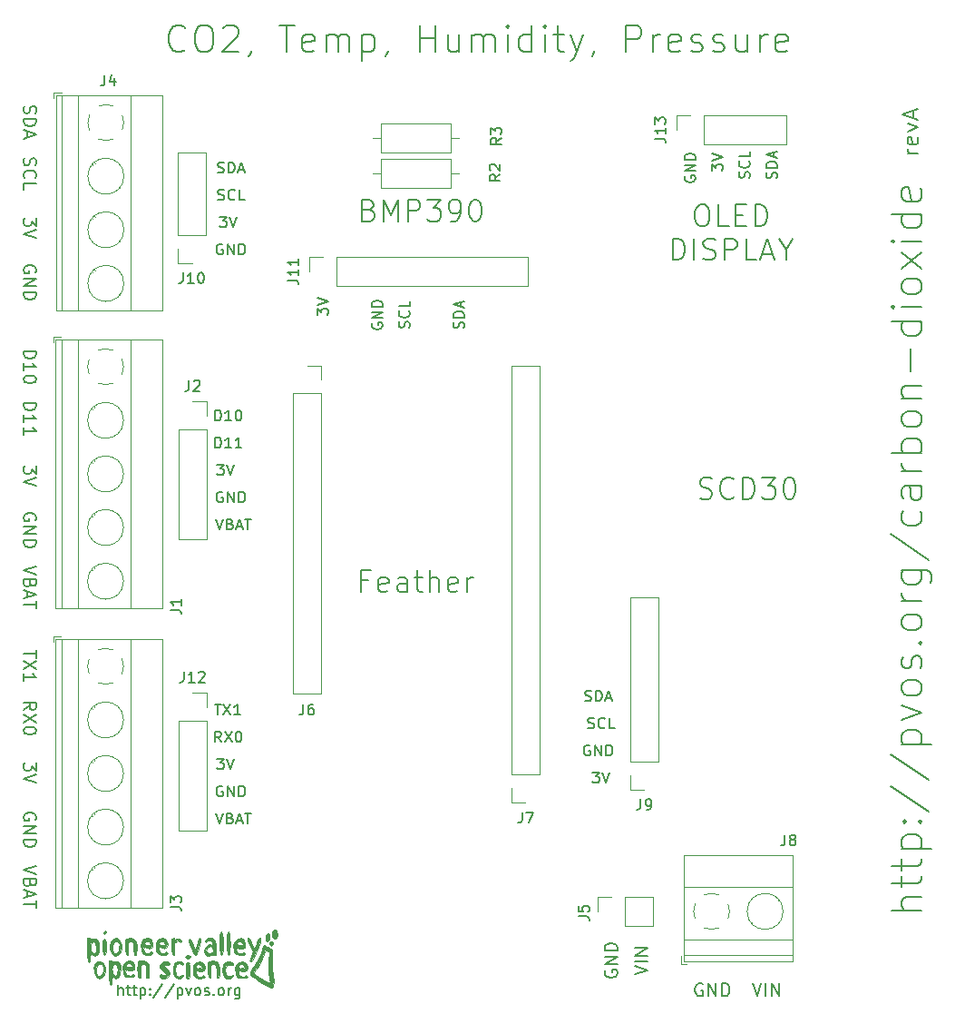
<source format=gbr>
%TF.GenerationSoftware,KiCad,Pcbnew,5.1.6-c6e7f7d~87~ubuntu18.04.1*%
%TF.CreationDate,2020-11-14T15:02:37-05:00*%
%TF.ProjectId,remote,72656d6f-7465-42e6-9b69-6361645f7063,rev?*%
%TF.SameCoordinates,Original*%
%TF.FileFunction,Legend,Top*%
%TF.FilePolarity,Positive*%
%FSLAX46Y46*%
G04 Gerber Fmt 4.6, Leading zero omitted, Abs format (unit mm)*
G04 Created by KiCad (PCBNEW 5.1.6-c6e7f7d~87~ubuntu18.04.1) date 2020-11-14 15:02:37*
%MOMM*%
%LPD*%
G01*
G04 APERTURE LIST*
%ADD10C,0.150000*%
%ADD11C,0.010000*%
%ADD12C,0.120000*%
G04 APERTURE END LIST*
D10*
X131676857Y-150666285D02*
X132876857Y-150266285D01*
X131676857Y-149866285D01*
X132876857Y-149466285D02*
X131676857Y-149466285D01*
X132876857Y-148894857D02*
X131676857Y-148894857D01*
X132876857Y-148209142D01*
X131676857Y-148209142D01*
X128940000Y-150266285D02*
X128882857Y-150380571D01*
X128882857Y-150552000D01*
X128940000Y-150723428D01*
X129054285Y-150837714D01*
X129168571Y-150894857D01*
X129397142Y-150952000D01*
X129568571Y-150952000D01*
X129797142Y-150894857D01*
X129911428Y-150837714D01*
X130025714Y-150723428D01*
X130082857Y-150552000D01*
X130082857Y-150437714D01*
X130025714Y-150266285D01*
X129968571Y-150209142D01*
X129568571Y-150209142D01*
X129568571Y-150437714D01*
X130082857Y-149694857D02*
X128882857Y-149694857D01*
X130082857Y-149009142D01*
X128882857Y-149009142D01*
X130082857Y-148437714D02*
X128882857Y-148437714D01*
X128882857Y-148152000D01*
X128940000Y-147980571D01*
X129054285Y-147866285D01*
X129168571Y-147809142D01*
X129397142Y-147752000D01*
X129568571Y-147752000D01*
X129797142Y-147809142D01*
X129911428Y-147866285D01*
X130025714Y-147980571D01*
X130082857Y-148152000D01*
X130082857Y-148437714D01*
X92710095Y-103084380D02*
X93329142Y-103084380D01*
X92995809Y-103465333D01*
X93138666Y-103465333D01*
X93233904Y-103512952D01*
X93281523Y-103560571D01*
X93329142Y-103655809D01*
X93329142Y-103893904D01*
X93281523Y-103989142D01*
X93233904Y-104036761D01*
X93138666Y-104084380D01*
X92852952Y-104084380D01*
X92757714Y-104036761D01*
X92710095Y-103989142D01*
X93614857Y-103084380D02*
X93948190Y-104084380D01*
X94281523Y-103084380D01*
X83487333Y-152598380D02*
X83487333Y-151598380D01*
X83915904Y-152598380D02*
X83915904Y-152074571D01*
X83868285Y-151979333D01*
X83773047Y-151931714D01*
X83630190Y-151931714D01*
X83534952Y-151979333D01*
X83487333Y-152026952D01*
X84249238Y-151931714D02*
X84630190Y-151931714D01*
X84392095Y-151598380D02*
X84392095Y-152455523D01*
X84439714Y-152550761D01*
X84534952Y-152598380D01*
X84630190Y-152598380D01*
X84820666Y-151931714D02*
X85201619Y-151931714D01*
X84963523Y-151598380D02*
X84963523Y-152455523D01*
X85011142Y-152550761D01*
X85106380Y-152598380D01*
X85201619Y-152598380D01*
X85534952Y-151931714D02*
X85534952Y-152931714D01*
X85534952Y-151979333D02*
X85630190Y-151931714D01*
X85820666Y-151931714D01*
X85915904Y-151979333D01*
X85963523Y-152026952D01*
X86011142Y-152122190D01*
X86011142Y-152407904D01*
X85963523Y-152503142D01*
X85915904Y-152550761D01*
X85820666Y-152598380D01*
X85630190Y-152598380D01*
X85534952Y-152550761D01*
X86439714Y-152503142D02*
X86487333Y-152550761D01*
X86439714Y-152598380D01*
X86392095Y-152550761D01*
X86439714Y-152503142D01*
X86439714Y-152598380D01*
X86439714Y-151979333D02*
X86487333Y-152026952D01*
X86439714Y-152074571D01*
X86392095Y-152026952D01*
X86439714Y-151979333D01*
X86439714Y-152074571D01*
X87630190Y-151550761D02*
X86773047Y-152836476D01*
X88677809Y-151550761D02*
X87820666Y-152836476D01*
X89011142Y-151931714D02*
X89011142Y-152931714D01*
X89011142Y-151979333D02*
X89106380Y-151931714D01*
X89296857Y-151931714D01*
X89392095Y-151979333D01*
X89439714Y-152026952D01*
X89487333Y-152122190D01*
X89487333Y-152407904D01*
X89439714Y-152503142D01*
X89392095Y-152550761D01*
X89296857Y-152598380D01*
X89106380Y-152598380D01*
X89011142Y-152550761D01*
X89820666Y-151931714D02*
X90058761Y-152598380D01*
X90296857Y-151931714D01*
X90820666Y-152598380D02*
X90725428Y-152550761D01*
X90677809Y-152503142D01*
X90630190Y-152407904D01*
X90630190Y-152122190D01*
X90677809Y-152026952D01*
X90725428Y-151979333D01*
X90820666Y-151931714D01*
X90963523Y-151931714D01*
X91058761Y-151979333D01*
X91106380Y-152026952D01*
X91154000Y-152122190D01*
X91154000Y-152407904D01*
X91106380Y-152503142D01*
X91058761Y-152550761D01*
X90963523Y-152598380D01*
X90820666Y-152598380D01*
X91534952Y-152550761D02*
X91630190Y-152598380D01*
X91820666Y-152598380D01*
X91915904Y-152550761D01*
X91963523Y-152455523D01*
X91963523Y-152407904D01*
X91915904Y-152312666D01*
X91820666Y-152265047D01*
X91677809Y-152265047D01*
X91582571Y-152217428D01*
X91534952Y-152122190D01*
X91534952Y-152074571D01*
X91582571Y-151979333D01*
X91677809Y-151931714D01*
X91820666Y-151931714D01*
X91915904Y-151979333D01*
X92392095Y-152503142D02*
X92439714Y-152550761D01*
X92392095Y-152598380D01*
X92344476Y-152550761D01*
X92392095Y-152503142D01*
X92392095Y-152598380D01*
X93011142Y-152598380D02*
X92915904Y-152550761D01*
X92868285Y-152503142D01*
X92820666Y-152407904D01*
X92820666Y-152122190D01*
X92868285Y-152026952D01*
X92915904Y-151979333D01*
X93011142Y-151931714D01*
X93154000Y-151931714D01*
X93249238Y-151979333D01*
X93296857Y-152026952D01*
X93344476Y-152122190D01*
X93344476Y-152407904D01*
X93296857Y-152503142D01*
X93249238Y-152550761D01*
X93154000Y-152598380D01*
X93011142Y-152598380D01*
X93773047Y-152598380D02*
X93773047Y-151931714D01*
X93773047Y-152122190D02*
X93820666Y-152026952D01*
X93868285Y-151979333D01*
X93963523Y-151931714D01*
X94058761Y-151931714D01*
X94820666Y-151931714D02*
X94820666Y-152741238D01*
X94773047Y-152836476D01*
X94725428Y-152884095D01*
X94630190Y-152931714D01*
X94487333Y-152931714D01*
X94392095Y-152884095D01*
X94820666Y-152550761D02*
X94725428Y-152598380D01*
X94534952Y-152598380D01*
X94439714Y-152550761D01*
X94392095Y-152503142D01*
X94344476Y-152407904D01*
X94344476Y-152122190D01*
X94392095Y-152026952D01*
X94439714Y-151979333D01*
X94534952Y-151931714D01*
X94725428Y-151931714D01*
X94820666Y-151979333D01*
X158158571Y-74100285D02*
X157158571Y-74100285D01*
X157444285Y-74100285D02*
X157301428Y-74028857D01*
X157230000Y-73957428D01*
X157158571Y-73814571D01*
X157158571Y-73671714D01*
X158087142Y-72600285D02*
X158158571Y-72743142D01*
X158158571Y-73028857D01*
X158087142Y-73171714D01*
X157944285Y-73243142D01*
X157372857Y-73243142D01*
X157230000Y-73171714D01*
X157158571Y-73028857D01*
X157158571Y-72743142D01*
X157230000Y-72600285D01*
X157372857Y-72528857D01*
X157515714Y-72528857D01*
X157658571Y-73243142D01*
X157158571Y-72028857D02*
X158158571Y-71671714D01*
X157158571Y-71314571D01*
X157730000Y-70814571D02*
X157730000Y-70100285D01*
X158158571Y-70957428D02*
X156658571Y-70457428D01*
X158158571Y-69957428D01*
X127508095Y-129294000D02*
X127412857Y-129246380D01*
X127270000Y-129246380D01*
X127127142Y-129294000D01*
X127031904Y-129389238D01*
X126984285Y-129484476D01*
X126936666Y-129674952D01*
X126936666Y-129817809D01*
X126984285Y-130008285D01*
X127031904Y-130103523D01*
X127127142Y-130198761D01*
X127270000Y-130246380D01*
X127365238Y-130246380D01*
X127508095Y-130198761D01*
X127555714Y-130151142D01*
X127555714Y-129817809D01*
X127365238Y-129817809D01*
X127984285Y-130246380D02*
X127984285Y-129246380D01*
X128555714Y-130246380D01*
X128555714Y-129246380D01*
X129031904Y-130246380D02*
X129031904Y-129246380D01*
X129270000Y-129246380D01*
X129412857Y-129294000D01*
X129508095Y-129389238D01*
X129555714Y-129484476D01*
X129603333Y-129674952D01*
X129603333Y-129817809D01*
X129555714Y-130008285D01*
X129508095Y-130103523D01*
X129412857Y-130198761D01*
X129270000Y-130246380D01*
X129031904Y-130246380D01*
X127762095Y-131786380D02*
X128381142Y-131786380D01*
X128047809Y-132167333D01*
X128190666Y-132167333D01*
X128285904Y-132214952D01*
X128333523Y-132262571D01*
X128381142Y-132357809D01*
X128381142Y-132595904D01*
X128333523Y-132691142D01*
X128285904Y-132738761D01*
X128190666Y-132786380D01*
X127904952Y-132786380D01*
X127809714Y-132738761D01*
X127762095Y-132691142D01*
X128666857Y-131786380D02*
X129000190Y-132786380D01*
X129333523Y-131786380D01*
X127055714Y-125118761D02*
X127198571Y-125166380D01*
X127436666Y-125166380D01*
X127531904Y-125118761D01*
X127579523Y-125071142D01*
X127627142Y-124975904D01*
X127627142Y-124880666D01*
X127579523Y-124785428D01*
X127531904Y-124737809D01*
X127436666Y-124690190D01*
X127246190Y-124642571D01*
X127150952Y-124594952D01*
X127103333Y-124547333D01*
X127055714Y-124452095D01*
X127055714Y-124356857D01*
X127103333Y-124261619D01*
X127150952Y-124214000D01*
X127246190Y-124166380D01*
X127484285Y-124166380D01*
X127627142Y-124214000D01*
X128055714Y-125166380D02*
X128055714Y-124166380D01*
X128293809Y-124166380D01*
X128436666Y-124214000D01*
X128531904Y-124309238D01*
X128579523Y-124404476D01*
X128627142Y-124594952D01*
X128627142Y-124737809D01*
X128579523Y-124928285D01*
X128531904Y-125023523D01*
X128436666Y-125118761D01*
X128293809Y-125166380D01*
X128055714Y-125166380D01*
X129008095Y-124880666D02*
X129484285Y-124880666D01*
X128912857Y-125166380D02*
X129246190Y-124166380D01*
X129579523Y-125166380D01*
X127333523Y-127658761D02*
X127476380Y-127706380D01*
X127714476Y-127706380D01*
X127809714Y-127658761D01*
X127857333Y-127611142D01*
X127904952Y-127515904D01*
X127904952Y-127420666D01*
X127857333Y-127325428D01*
X127809714Y-127277809D01*
X127714476Y-127230190D01*
X127524000Y-127182571D01*
X127428761Y-127134952D01*
X127381142Y-127087333D01*
X127333523Y-126992095D01*
X127333523Y-126896857D01*
X127381142Y-126801619D01*
X127428761Y-126754000D01*
X127524000Y-126706380D01*
X127762095Y-126706380D01*
X127904952Y-126754000D01*
X128904952Y-127611142D02*
X128857333Y-127658761D01*
X128714476Y-127706380D01*
X128619238Y-127706380D01*
X128476380Y-127658761D01*
X128381142Y-127563523D01*
X128333523Y-127468285D01*
X128285904Y-127277809D01*
X128285904Y-127134952D01*
X128333523Y-126944476D01*
X128381142Y-126849238D01*
X128476380Y-126754000D01*
X128619238Y-126706380D01*
X128714476Y-126706380D01*
X128857333Y-126754000D01*
X128904952Y-126801619D01*
X129809714Y-127706380D02*
X129333523Y-127706380D01*
X129333523Y-126706380D01*
X136406000Y-76199904D02*
X136358380Y-76295142D01*
X136358380Y-76438000D01*
X136406000Y-76580857D01*
X136501238Y-76676095D01*
X136596476Y-76723714D01*
X136786952Y-76771333D01*
X136929809Y-76771333D01*
X137120285Y-76723714D01*
X137215523Y-76676095D01*
X137310761Y-76580857D01*
X137358380Y-76438000D01*
X137358380Y-76342761D01*
X137310761Y-76199904D01*
X137263142Y-76152285D01*
X136929809Y-76152285D01*
X136929809Y-76342761D01*
X137358380Y-75723714D02*
X136358380Y-75723714D01*
X137358380Y-75152285D01*
X136358380Y-75152285D01*
X137358380Y-74676095D02*
X136358380Y-74676095D01*
X136358380Y-74438000D01*
X136406000Y-74295142D01*
X136501238Y-74199904D01*
X136596476Y-74152285D01*
X136786952Y-74104666D01*
X136929809Y-74104666D01*
X137120285Y-74152285D01*
X137215523Y-74199904D01*
X137310761Y-74295142D01*
X137358380Y-74438000D01*
X137358380Y-74676095D01*
X138898380Y-75691904D02*
X138898380Y-75072857D01*
X139279333Y-75406190D01*
X139279333Y-75263333D01*
X139326952Y-75168095D01*
X139374571Y-75120476D01*
X139469809Y-75072857D01*
X139707904Y-75072857D01*
X139803142Y-75120476D01*
X139850761Y-75168095D01*
X139898380Y-75263333D01*
X139898380Y-75549047D01*
X139850761Y-75644285D01*
X139803142Y-75691904D01*
X138898380Y-74787142D02*
X139898380Y-74453809D01*
X138898380Y-74120476D01*
X144930761Y-76398285D02*
X144978380Y-76255428D01*
X144978380Y-76017333D01*
X144930761Y-75922095D01*
X144883142Y-75874476D01*
X144787904Y-75826857D01*
X144692666Y-75826857D01*
X144597428Y-75874476D01*
X144549809Y-75922095D01*
X144502190Y-76017333D01*
X144454571Y-76207809D01*
X144406952Y-76303047D01*
X144359333Y-76350666D01*
X144264095Y-76398285D01*
X144168857Y-76398285D01*
X144073619Y-76350666D01*
X144026000Y-76303047D01*
X143978380Y-76207809D01*
X143978380Y-75969714D01*
X144026000Y-75826857D01*
X144978380Y-75398285D02*
X143978380Y-75398285D01*
X143978380Y-75160190D01*
X144026000Y-75017333D01*
X144121238Y-74922095D01*
X144216476Y-74874476D01*
X144406952Y-74826857D01*
X144549809Y-74826857D01*
X144740285Y-74874476D01*
X144835523Y-74922095D01*
X144930761Y-75017333D01*
X144978380Y-75160190D01*
X144978380Y-75398285D01*
X144692666Y-74445904D02*
X144692666Y-73969714D01*
X144978380Y-74541142D02*
X143978380Y-74207809D01*
X144978380Y-73874476D01*
X142390761Y-76374476D02*
X142438380Y-76231619D01*
X142438380Y-75993523D01*
X142390761Y-75898285D01*
X142343142Y-75850666D01*
X142247904Y-75803047D01*
X142152666Y-75803047D01*
X142057428Y-75850666D01*
X142009809Y-75898285D01*
X141962190Y-75993523D01*
X141914571Y-76184000D01*
X141866952Y-76279238D01*
X141819333Y-76326857D01*
X141724095Y-76374476D01*
X141628857Y-76374476D01*
X141533619Y-76326857D01*
X141486000Y-76279238D01*
X141438380Y-76184000D01*
X141438380Y-75945904D01*
X141486000Y-75803047D01*
X142343142Y-74803047D02*
X142390761Y-74850666D01*
X142438380Y-74993523D01*
X142438380Y-75088761D01*
X142390761Y-75231619D01*
X142295523Y-75326857D01*
X142200285Y-75374476D01*
X142009809Y-75422095D01*
X141866952Y-75422095D01*
X141676476Y-75374476D01*
X141581238Y-75326857D01*
X141486000Y-75231619D01*
X141438380Y-75088761D01*
X141438380Y-74993523D01*
X141486000Y-74850666D01*
X141533619Y-74803047D01*
X142438380Y-73898285D02*
X142438380Y-74374476D01*
X141438380Y-74374476D01*
X115720761Y-90368285D02*
X115768380Y-90225428D01*
X115768380Y-89987333D01*
X115720761Y-89892095D01*
X115673142Y-89844476D01*
X115577904Y-89796857D01*
X115482666Y-89796857D01*
X115387428Y-89844476D01*
X115339809Y-89892095D01*
X115292190Y-89987333D01*
X115244571Y-90177809D01*
X115196952Y-90273047D01*
X115149333Y-90320666D01*
X115054095Y-90368285D01*
X114958857Y-90368285D01*
X114863619Y-90320666D01*
X114816000Y-90273047D01*
X114768380Y-90177809D01*
X114768380Y-89939714D01*
X114816000Y-89796857D01*
X115768380Y-89368285D02*
X114768380Y-89368285D01*
X114768380Y-89130190D01*
X114816000Y-88987333D01*
X114911238Y-88892095D01*
X115006476Y-88844476D01*
X115196952Y-88796857D01*
X115339809Y-88796857D01*
X115530285Y-88844476D01*
X115625523Y-88892095D01*
X115720761Y-88987333D01*
X115768380Y-89130190D01*
X115768380Y-89368285D01*
X115482666Y-88415904D02*
X115482666Y-87939714D01*
X115768380Y-88511142D02*
X114768380Y-88177809D01*
X115768380Y-87844476D01*
X102068380Y-89153904D02*
X102068380Y-88534857D01*
X102449333Y-88868190D01*
X102449333Y-88725333D01*
X102496952Y-88630095D01*
X102544571Y-88582476D01*
X102639809Y-88534857D01*
X102877904Y-88534857D01*
X102973142Y-88582476D01*
X103020761Y-88630095D01*
X103068380Y-88725333D01*
X103068380Y-89011047D01*
X103020761Y-89106285D01*
X102973142Y-89153904D01*
X102068380Y-88249142D02*
X103068380Y-87915809D01*
X102068380Y-87582476D01*
X107196000Y-89915904D02*
X107148380Y-90011142D01*
X107148380Y-90154000D01*
X107196000Y-90296857D01*
X107291238Y-90392095D01*
X107386476Y-90439714D01*
X107576952Y-90487333D01*
X107719809Y-90487333D01*
X107910285Y-90439714D01*
X108005523Y-90392095D01*
X108100761Y-90296857D01*
X108148380Y-90154000D01*
X108148380Y-90058761D01*
X108100761Y-89915904D01*
X108053142Y-89868285D01*
X107719809Y-89868285D01*
X107719809Y-90058761D01*
X108148380Y-89439714D02*
X107148380Y-89439714D01*
X108148380Y-88868285D01*
X107148380Y-88868285D01*
X108148380Y-88392095D02*
X107148380Y-88392095D01*
X107148380Y-88154000D01*
X107196000Y-88011142D01*
X107291238Y-87915904D01*
X107386476Y-87868285D01*
X107576952Y-87820666D01*
X107719809Y-87820666D01*
X107910285Y-87868285D01*
X108005523Y-87915904D01*
X108100761Y-88011142D01*
X108148380Y-88154000D01*
X108148380Y-88392095D01*
X110640761Y-90344476D02*
X110688380Y-90201619D01*
X110688380Y-89963523D01*
X110640761Y-89868285D01*
X110593142Y-89820666D01*
X110497904Y-89773047D01*
X110402666Y-89773047D01*
X110307428Y-89820666D01*
X110259809Y-89868285D01*
X110212190Y-89963523D01*
X110164571Y-90154000D01*
X110116952Y-90249238D01*
X110069333Y-90296857D01*
X109974095Y-90344476D01*
X109878857Y-90344476D01*
X109783619Y-90296857D01*
X109736000Y-90249238D01*
X109688380Y-90154000D01*
X109688380Y-89915904D01*
X109736000Y-89773047D01*
X110593142Y-88773047D02*
X110640761Y-88820666D01*
X110688380Y-88963523D01*
X110688380Y-89058761D01*
X110640761Y-89201619D01*
X110545523Y-89296857D01*
X110450285Y-89344476D01*
X110259809Y-89392095D01*
X110116952Y-89392095D01*
X109926476Y-89344476D01*
X109831238Y-89296857D01*
X109736000Y-89201619D01*
X109688380Y-89058761D01*
X109688380Y-88963523D01*
X109736000Y-88820666D01*
X109783619Y-88773047D01*
X110688380Y-87868285D02*
X110688380Y-88344476D01*
X109688380Y-88344476D01*
X75841142Y-130911714D02*
X75841142Y-131654571D01*
X75384000Y-131254571D01*
X75384000Y-131426000D01*
X75326857Y-131540285D01*
X75269714Y-131597428D01*
X75155428Y-131654571D01*
X74869714Y-131654571D01*
X74755428Y-131597428D01*
X74698285Y-131540285D01*
X74641142Y-131426000D01*
X74641142Y-131083142D01*
X74698285Y-130968857D01*
X74755428Y-130911714D01*
X75841142Y-131997428D02*
X74641142Y-132397428D01*
X75841142Y-132797428D01*
X75841142Y-140522571D02*
X74641142Y-140922571D01*
X75841142Y-141322571D01*
X75269714Y-142122571D02*
X75212571Y-142294000D01*
X75155428Y-142351142D01*
X75041142Y-142408285D01*
X74869714Y-142408285D01*
X74755428Y-142351142D01*
X74698285Y-142294000D01*
X74641142Y-142179714D01*
X74641142Y-141722571D01*
X75841142Y-141722571D01*
X75841142Y-142122571D01*
X75784000Y-142236857D01*
X75726857Y-142294000D01*
X75612571Y-142351142D01*
X75498285Y-142351142D01*
X75384000Y-142294000D01*
X75326857Y-142236857D01*
X75269714Y-142122571D01*
X75269714Y-141722571D01*
X74984000Y-142865428D02*
X74984000Y-143436857D01*
X74641142Y-142751142D02*
X75841142Y-143151142D01*
X74641142Y-143551142D01*
X75841142Y-143779714D02*
X75841142Y-144465428D01*
X74641142Y-144122571D02*
X75841142Y-144122571D01*
X75784000Y-136245714D02*
X75841142Y-136131428D01*
X75841142Y-135960000D01*
X75784000Y-135788571D01*
X75669714Y-135674285D01*
X75555428Y-135617142D01*
X75326857Y-135560000D01*
X75155428Y-135560000D01*
X74926857Y-135617142D01*
X74812571Y-135674285D01*
X74698285Y-135788571D01*
X74641142Y-135960000D01*
X74641142Y-136074285D01*
X74698285Y-136245714D01*
X74755428Y-136302857D01*
X75155428Y-136302857D01*
X75155428Y-136074285D01*
X74641142Y-136817142D02*
X75841142Y-136817142D01*
X74641142Y-137502857D01*
X75841142Y-137502857D01*
X74641142Y-138074285D02*
X75841142Y-138074285D01*
X75841142Y-138360000D01*
X75784000Y-138531428D01*
X75669714Y-138645714D01*
X75555428Y-138702857D01*
X75326857Y-138760000D01*
X75155428Y-138760000D01*
X74926857Y-138702857D01*
X74812571Y-138645714D01*
X74698285Y-138531428D01*
X74641142Y-138360000D01*
X74641142Y-138074285D01*
X74641142Y-125974571D02*
X75212571Y-125574571D01*
X74641142Y-125288857D02*
X75841142Y-125288857D01*
X75841142Y-125746000D01*
X75784000Y-125860285D01*
X75726857Y-125917428D01*
X75612571Y-125974571D01*
X75441142Y-125974571D01*
X75326857Y-125917428D01*
X75269714Y-125860285D01*
X75212571Y-125746000D01*
X75212571Y-125288857D01*
X75841142Y-126374571D02*
X74641142Y-127174571D01*
X75841142Y-127174571D02*
X74641142Y-126374571D01*
X75841142Y-127860285D02*
X75841142Y-127974571D01*
X75784000Y-128088857D01*
X75726857Y-128146000D01*
X75612571Y-128203142D01*
X75384000Y-128260285D01*
X75098285Y-128260285D01*
X74869714Y-128203142D01*
X74755428Y-128146000D01*
X74698285Y-128088857D01*
X74641142Y-127974571D01*
X74641142Y-127860285D01*
X74698285Y-127746000D01*
X74755428Y-127688857D01*
X74869714Y-127631714D01*
X75098285Y-127574571D01*
X75384000Y-127574571D01*
X75612571Y-127631714D01*
X75726857Y-127688857D01*
X75784000Y-127746000D01*
X75841142Y-127860285D01*
X75841142Y-120434285D02*
X75841142Y-121120000D01*
X74641142Y-120777142D02*
X75841142Y-120777142D01*
X75841142Y-121405714D02*
X74641142Y-122205714D01*
X75841142Y-122205714D02*
X74641142Y-121405714D01*
X74641142Y-123291428D02*
X74641142Y-122605714D01*
X74641142Y-122948571D02*
X75841142Y-122948571D01*
X75669714Y-122834285D01*
X75555428Y-122720000D01*
X75498285Y-122605714D01*
X93083142Y-128976380D02*
X92749809Y-128500190D01*
X92511714Y-128976380D02*
X92511714Y-127976380D01*
X92892666Y-127976380D01*
X92987904Y-128024000D01*
X93035523Y-128071619D01*
X93083142Y-128166857D01*
X93083142Y-128309714D01*
X93035523Y-128404952D01*
X92987904Y-128452571D01*
X92892666Y-128500190D01*
X92511714Y-128500190D01*
X93416476Y-127976380D02*
X94083142Y-128976380D01*
X94083142Y-127976380D02*
X93416476Y-128976380D01*
X94654571Y-127976380D02*
X94749809Y-127976380D01*
X94845047Y-128024000D01*
X94892666Y-128071619D01*
X94940285Y-128166857D01*
X94987904Y-128357333D01*
X94987904Y-128595428D01*
X94940285Y-128785904D01*
X94892666Y-128881142D01*
X94845047Y-128928761D01*
X94749809Y-128976380D01*
X94654571Y-128976380D01*
X94559333Y-128928761D01*
X94511714Y-128881142D01*
X94464095Y-128785904D01*
X94416476Y-128595428D01*
X94416476Y-128357333D01*
X94464095Y-128166857D01*
X94511714Y-128071619D01*
X94559333Y-128024000D01*
X94654571Y-127976380D01*
X92591142Y-135596380D02*
X92924476Y-136596380D01*
X93257809Y-135596380D01*
X93924476Y-136072571D02*
X94067333Y-136120190D01*
X94114952Y-136167809D01*
X94162571Y-136263047D01*
X94162571Y-136405904D01*
X94114952Y-136501142D01*
X94067333Y-136548761D01*
X93972095Y-136596380D01*
X93591142Y-136596380D01*
X93591142Y-135596380D01*
X93924476Y-135596380D01*
X94019714Y-135644000D01*
X94067333Y-135691619D01*
X94114952Y-135786857D01*
X94114952Y-135882095D01*
X94067333Y-135977333D01*
X94019714Y-136024952D01*
X93924476Y-136072571D01*
X93591142Y-136072571D01*
X94543523Y-136310666D02*
X95019714Y-136310666D01*
X94448285Y-136596380D02*
X94781619Y-135596380D01*
X95114952Y-136596380D01*
X95305428Y-135596380D02*
X95876857Y-135596380D01*
X95591142Y-136596380D02*
X95591142Y-135596380D01*
X92487904Y-125436380D02*
X93059333Y-125436380D01*
X92773619Y-126436380D02*
X92773619Y-125436380D01*
X93297428Y-125436380D02*
X93964095Y-126436380D01*
X93964095Y-125436380D02*
X93297428Y-126436380D01*
X94868857Y-126436380D02*
X94297428Y-126436380D01*
X94583142Y-126436380D02*
X94583142Y-125436380D01*
X94487904Y-125579238D01*
X94392666Y-125674476D01*
X94297428Y-125722095D01*
X93218095Y-133104000D02*
X93122857Y-133056380D01*
X92980000Y-133056380D01*
X92837142Y-133104000D01*
X92741904Y-133199238D01*
X92694285Y-133294476D01*
X92646666Y-133484952D01*
X92646666Y-133627809D01*
X92694285Y-133818285D01*
X92741904Y-133913523D01*
X92837142Y-134008761D01*
X92980000Y-134056380D01*
X93075238Y-134056380D01*
X93218095Y-134008761D01*
X93265714Y-133961142D01*
X93265714Y-133627809D01*
X93075238Y-133627809D01*
X93694285Y-134056380D02*
X93694285Y-133056380D01*
X94265714Y-134056380D01*
X94265714Y-133056380D01*
X94741904Y-134056380D02*
X94741904Y-133056380D01*
X94980000Y-133056380D01*
X95122857Y-133104000D01*
X95218095Y-133199238D01*
X95265714Y-133294476D01*
X95313333Y-133484952D01*
X95313333Y-133627809D01*
X95265714Y-133818285D01*
X95218095Y-133913523D01*
X95122857Y-134008761D01*
X94980000Y-134056380D01*
X94741904Y-134056380D01*
X92710095Y-130516380D02*
X93329142Y-130516380D01*
X92995809Y-130897333D01*
X93138666Y-130897333D01*
X93233904Y-130944952D01*
X93281523Y-130992571D01*
X93329142Y-131087809D01*
X93329142Y-131325904D01*
X93281523Y-131421142D01*
X93233904Y-131468761D01*
X93138666Y-131516380D01*
X92852952Y-131516380D01*
X92757714Y-131468761D01*
X92710095Y-131421142D01*
X93614857Y-130516380D02*
X93948190Y-131516380D01*
X94281523Y-130516380D01*
X92511714Y-99004380D02*
X92511714Y-98004380D01*
X92749809Y-98004380D01*
X92892666Y-98052000D01*
X92987904Y-98147238D01*
X93035523Y-98242476D01*
X93083142Y-98432952D01*
X93083142Y-98575809D01*
X93035523Y-98766285D01*
X92987904Y-98861523D01*
X92892666Y-98956761D01*
X92749809Y-99004380D01*
X92511714Y-99004380D01*
X94035523Y-99004380D02*
X93464095Y-99004380D01*
X93749809Y-99004380D02*
X93749809Y-98004380D01*
X93654571Y-98147238D01*
X93559333Y-98242476D01*
X93464095Y-98290095D01*
X94654571Y-98004380D02*
X94749809Y-98004380D01*
X94845047Y-98052000D01*
X94892666Y-98099619D01*
X94940285Y-98194857D01*
X94987904Y-98385333D01*
X94987904Y-98623428D01*
X94940285Y-98813904D01*
X94892666Y-98909142D01*
X94845047Y-98956761D01*
X94749809Y-99004380D01*
X94654571Y-99004380D01*
X94559333Y-98956761D01*
X94511714Y-98909142D01*
X94464095Y-98813904D01*
X94416476Y-98623428D01*
X94416476Y-98385333D01*
X94464095Y-98194857D01*
X94511714Y-98099619D01*
X94559333Y-98052000D01*
X94654571Y-98004380D01*
X92511714Y-101544380D02*
X92511714Y-100544380D01*
X92749809Y-100544380D01*
X92892666Y-100592000D01*
X92987904Y-100687238D01*
X93035523Y-100782476D01*
X93083142Y-100972952D01*
X93083142Y-101115809D01*
X93035523Y-101306285D01*
X92987904Y-101401523D01*
X92892666Y-101496761D01*
X92749809Y-101544380D01*
X92511714Y-101544380D01*
X94035523Y-101544380D02*
X93464095Y-101544380D01*
X93749809Y-101544380D02*
X93749809Y-100544380D01*
X93654571Y-100687238D01*
X93559333Y-100782476D01*
X93464095Y-100830095D01*
X94987904Y-101544380D02*
X94416476Y-101544380D01*
X94702190Y-101544380D02*
X94702190Y-100544380D01*
X94606952Y-100687238D01*
X94511714Y-100782476D01*
X94416476Y-100830095D01*
X92591142Y-108164380D02*
X92924476Y-109164380D01*
X93257809Y-108164380D01*
X93924476Y-108640571D02*
X94067333Y-108688190D01*
X94114952Y-108735809D01*
X94162571Y-108831047D01*
X94162571Y-108973904D01*
X94114952Y-109069142D01*
X94067333Y-109116761D01*
X93972095Y-109164380D01*
X93591142Y-109164380D01*
X93591142Y-108164380D01*
X93924476Y-108164380D01*
X94019714Y-108212000D01*
X94067333Y-108259619D01*
X94114952Y-108354857D01*
X94114952Y-108450095D01*
X94067333Y-108545333D01*
X94019714Y-108592952D01*
X93924476Y-108640571D01*
X93591142Y-108640571D01*
X94543523Y-108878666D02*
X95019714Y-108878666D01*
X94448285Y-109164380D02*
X94781619Y-108164380D01*
X95114952Y-109164380D01*
X95305428Y-108164380D02*
X95876857Y-108164380D01*
X95591142Y-109164380D02*
X95591142Y-108164380D01*
X89713047Y-64392857D02*
X89594000Y-64511904D01*
X89236857Y-64630952D01*
X88998761Y-64630952D01*
X88641619Y-64511904D01*
X88403523Y-64273809D01*
X88284476Y-64035714D01*
X88165428Y-63559523D01*
X88165428Y-63202380D01*
X88284476Y-62726190D01*
X88403523Y-62488095D01*
X88641619Y-62250000D01*
X88998761Y-62130952D01*
X89236857Y-62130952D01*
X89594000Y-62250000D01*
X89713047Y-62369047D01*
X91260666Y-62130952D02*
X91736857Y-62130952D01*
X91974952Y-62250000D01*
X92213047Y-62488095D01*
X92332095Y-62964285D01*
X92332095Y-63797619D01*
X92213047Y-64273809D01*
X91974952Y-64511904D01*
X91736857Y-64630952D01*
X91260666Y-64630952D01*
X91022571Y-64511904D01*
X90784476Y-64273809D01*
X90665428Y-63797619D01*
X90665428Y-62964285D01*
X90784476Y-62488095D01*
X91022571Y-62250000D01*
X91260666Y-62130952D01*
X93284476Y-62369047D02*
X93403523Y-62250000D01*
X93641619Y-62130952D01*
X94236857Y-62130952D01*
X94474952Y-62250000D01*
X94594000Y-62369047D01*
X94713047Y-62607142D01*
X94713047Y-62845238D01*
X94594000Y-63202380D01*
X93165428Y-64630952D01*
X94713047Y-64630952D01*
X95903523Y-64511904D02*
X95903523Y-64630952D01*
X95784476Y-64869047D01*
X95665428Y-64988095D01*
X98522571Y-62130952D02*
X99951142Y-62130952D01*
X99236857Y-64630952D02*
X99236857Y-62130952D01*
X101736857Y-64511904D02*
X101498761Y-64630952D01*
X101022571Y-64630952D01*
X100784476Y-64511904D01*
X100665428Y-64273809D01*
X100665428Y-63321428D01*
X100784476Y-63083333D01*
X101022571Y-62964285D01*
X101498761Y-62964285D01*
X101736857Y-63083333D01*
X101855904Y-63321428D01*
X101855904Y-63559523D01*
X100665428Y-63797619D01*
X102927333Y-64630952D02*
X102927333Y-62964285D01*
X102927333Y-63202380D02*
X103046380Y-63083333D01*
X103284476Y-62964285D01*
X103641619Y-62964285D01*
X103879714Y-63083333D01*
X103998761Y-63321428D01*
X103998761Y-64630952D01*
X103998761Y-63321428D02*
X104117809Y-63083333D01*
X104355904Y-62964285D01*
X104713047Y-62964285D01*
X104951142Y-63083333D01*
X105070190Y-63321428D01*
X105070190Y-64630952D01*
X106260666Y-62964285D02*
X106260666Y-65464285D01*
X106260666Y-63083333D02*
X106498761Y-62964285D01*
X106974952Y-62964285D01*
X107213047Y-63083333D01*
X107332095Y-63202380D01*
X107451142Y-63440476D01*
X107451142Y-64154761D01*
X107332095Y-64392857D01*
X107213047Y-64511904D01*
X106974952Y-64630952D01*
X106498761Y-64630952D01*
X106260666Y-64511904D01*
X108641619Y-64511904D02*
X108641619Y-64630952D01*
X108522571Y-64869047D01*
X108403523Y-64988095D01*
X111617809Y-64630952D02*
X111617809Y-62130952D01*
X111617809Y-63321428D02*
X113046380Y-63321428D01*
X113046380Y-64630952D02*
X113046380Y-62130952D01*
X115308285Y-62964285D02*
X115308285Y-64630952D01*
X114236857Y-62964285D02*
X114236857Y-64273809D01*
X114355904Y-64511904D01*
X114593999Y-64630952D01*
X114951142Y-64630952D01*
X115189238Y-64511904D01*
X115308285Y-64392857D01*
X116498761Y-64630952D02*
X116498761Y-62964285D01*
X116498761Y-63202380D02*
X116617809Y-63083333D01*
X116855904Y-62964285D01*
X117213047Y-62964285D01*
X117451142Y-63083333D01*
X117570190Y-63321428D01*
X117570190Y-64630952D01*
X117570190Y-63321428D02*
X117689238Y-63083333D01*
X117927333Y-62964285D01*
X118284476Y-62964285D01*
X118522571Y-63083333D01*
X118641619Y-63321428D01*
X118641619Y-64630952D01*
X119832095Y-64630952D02*
X119832095Y-62964285D01*
X119832095Y-62130952D02*
X119713047Y-62250000D01*
X119832095Y-62369047D01*
X119951142Y-62250000D01*
X119832095Y-62130952D01*
X119832095Y-62369047D01*
X122093999Y-64630952D02*
X122093999Y-62130952D01*
X122093999Y-64511904D02*
X121855904Y-64630952D01*
X121379714Y-64630952D01*
X121141619Y-64511904D01*
X121022571Y-64392857D01*
X120903523Y-64154761D01*
X120903523Y-63440476D01*
X121022571Y-63202380D01*
X121141619Y-63083333D01*
X121379714Y-62964285D01*
X121855904Y-62964285D01*
X122093999Y-63083333D01*
X123284476Y-64630952D02*
X123284476Y-62964285D01*
X123284476Y-62130952D02*
X123165428Y-62250000D01*
X123284476Y-62369047D01*
X123403523Y-62250000D01*
X123284476Y-62130952D01*
X123284476Y-62369047D01*
X124117809Y-62964285D02*
X125070190Y-62964285D01*
X124474952Y-62130952D02*
X124474952Y-64273809D01*
X124593999Y-64511904D01*
X124832095Y-64630952D01*
X125070190Y-64630952D01*
X125665428Y-62964285D02*
X126260666Y-64630952D01*
X126855904Y-62964285D02*
X126260666Y-64630952D01*
X126022571Y-65226190D01*
X125903523Y-65345238D01*
X125665428Y-65464285D01*
X127927333Y-64511904D02*
X127927333Y-64630952D01*
X127808285Y-64869047D01*
X127689238Y-64988095D01*
X130903523Y-64630952D02*
X130903523Y-62130952D01*
X131855904Y-62130952D01*
X132093999Y-62250000D01*
X132213047Y-62369047D01*
X132332095Y-62607142D01*
X132332095Y-62964285D01*
X132213047Y-63202380D01*
X132093999Y-63321428D01*
X131855904Y-63440476D01*
X130903523Y-63440476D01*
X133403523Y-64630952D02*
X133403523Y-62964285D01*
X133403523Y-63440476D02*
X133522571Y-63202380D01*
X133641619Y-63083333D01*
X133879714Y-62964285D01*
X134117809Y-62964285D01*
X135903523Y-64511904D02*
X135665428Y-64630952D01*
X135189238Y-64630952D01*
X134951142Y-64511904D01*
X134832095Y-64273809D01*
X134832095Y-63321428D01*
X134951142Y-63083333D01*
X135189238Y-62964285D01*
X135665428Y-62964285D01*
X135903523Y-63083333D01*
X136022571Y-63321428D01*
X136022571Y-63559523D01*
X134832095Y-63797619D01*
X136974952Y-64511904D02*
X137213047Y-64630952D01*
X137689238Y-64630952D01*
X137927333Y-64511904D01*
X138046380Y-64273809D01*
X138046380Y-64154761D01*
X137927333Y-63916666D01*
X137689238Y-63797619D01*
X137332095Y-63797619D01*
X137093999Y-63678571D01*
X136974952Y-63440476D01*
X136974952Y-63321428D01*
X137093999Y-63083333D01*
X137332095Y-62964285D01*
X137689238Y-62964285D01*
X137927333Y-63083333D01*
X138998761Y-64511904D02*
X139236857Y-64630952D01*
X139713047Y-64630952D01*
X139951142Y-64511904D01*
X140070190Y-64273809D01*
X140070190Y-64154761D01*
X139951142Y-63916666D01*
X139713047Y-63797619D01*
X139355904Y-63797619D01*
X139117809Y-63678571D01*
X138998761Y-63440476D01*
X138998761Y-63321428D01*
X139117809Y-63083333D01*
X139355904Y-62964285D01*
X139713047Y-62964285D01*
X139951142Y-63083333D01*
X142213047Y-62964285D02*
X142213047Y-64630952D01*
X141141619Y-62964285D02*
X141141619Y-64273809D01*
X141260666Y-64511904D01*
X141498761Y-64630952D01*
X141855904Y-64630952D01*
X142093999Y-64511904D01*
X142213047Y-64392857D01*
X143403523Y-64630952D02*
X143403523Y-62964285D01*
X143403523Y-63440476D02*
X143522571Y-63202380D01*
X143641619Y-63083333D01*
X143879714Y-62964285D01*
X144117809Y-62964285D01*
X145903523Y-64511904D02*
X145665428Y-64630952D01*
X145189238Y-64630952D01*
X144951142Y-64511904D01*
X144832095Y-64273809D01*
X144832095Y-63321428D01*
X144951142Y-63083333D01*
X145189238Y-62964285D01*
X145665428Y-62964285D01*
X145903523Y-63083333D01*
X146022571Y-63321428D01*
X146022571Y-63559523D01*
X144832095Y-63797619D01*
X74641142Y-92522857D02*
X75841142Y-92522857D01*
X75841142Y-92808571D01*
X75784000Y-92980000D01*
X75669714Y-93094285D01*
X75555428Y-93151428D01*
X75326857Y-93208571D01*
X75155428Y-93208571D01*
X74926857Y-93151428D01*
X74812571Y-93094285D01*
X74698285Y-92980000D01*
X74641142Y-92808571D01*
X74641142Y-92522857D01*
X74641142Y-94351428D02*
X74641142Y-93665714D01*
X74641142Y-94008571D02*
X75841142Y-94008571D01*
X75669714Y-93894285D01*
X75555428Y-93780000D01*
X75498285Y-93665714D01*
X75841142Y-95094285D02*
X75841142Y-95208571D01*
X75784000Y-95322857D01*
X75726857Y-95380000D01*
X75612571Y-95437142D01*
X75384000Y-95494285D01*
X75098285Y-95494285D01*
X74869714Y-95437142D01*
X74755428Y-95380000D01*
X74698285Y-95322857D01*
X74641142Y-95208571D01*
X74641142Y-95094285D01*
X74698285Y-94980000D01*
X74755428Y-94922857D01*
X74869714Y-94865714D01*
X75098285Y-94808571D01*
X75384000Y-94808571D01*
X75612571Y-94865714D01*
X75726857Y-94922857D01*
X75784000Y-94980000D01*
X75841142Y-95094285D01*
X74641142Y-97348857D02*
X75841142Y-97348857D01*
X75841142Y-97634571D01*
X75784000Y-97806000D01*
X75669714Y-97920285D01*
X75555428Y-97977428D01*
X75326857Y-98034571D01*
X75155428Y-98034571D01*
X74926857Y-97977428D01*
X74812571Y-97920285D01*
X74698285Y-97806000D01*
X74641142Y-97634571D01*
X74641142Y-97348857D01*
X74641142Y-99177428D02*
X74641142Y-98491714D01*
X74641142Y-98834571D02*
X75841142Y-98834571D01*
X75669714Y-98720285D01*
X75555428Y-98606000D01*
X75498285Y-98491714D01*
X74641142Y-100320285D02*
X74641142Y-99634571D01*
X74641142Y-99977428D02*
X75841142Y-99977428D01*
X75669714Y-99863142D01*
X75555428Y-99748857D01*
X75498285Y-99634571D01*
X75841142Y-103225714D02*
X75841142Y-103968571D01*
X75384000Y-103568571D01*
X75384000Y-103740000D01*
X75326857Y-103854285D01*
X75269714Y-103911428D01*
X75155428Y-103968571D01*
X74869714Y-103968571D01*
X74755428Y-103911428D01*
X74698285Y-103854285D01*
X74641142Y-103740000D01*
X74641142Y-103397142D01*
X74698285Y-103282857D01*
X74755428Y-103225714D01*
X75841142Y-104311428D02*
X74641142Y-104711428D01*
X75841142Y-105111428D01*
X75841142Y-112582571D02*
X74641142Y-112982571D01*
X75841142Y-113382571D01*
X75269714Y-114182571D02*
X75212571Y-114354000D01*
X75155428Y-114411142D01*
X75041142Y-114468285D01*
X74869714Y-114468285D01*
X74755428Y-114411142D01*
X74698285Y-114354000D01*
X74641142Y-114239714D01*
X74641142Y-113782571D01*
X75841142Y-113782571D01*
X75841142Y-114182571D01*
X75784000Y-114296857D01*
X75726857Y-114354000D01*
X75612571Y-114411142D01*
X75498285Y-114411142D01*
X75384000Y-114354000D01*
X75326857Y-114296857D01*
X75269714Y-114182571D01*
X75269714Y-113782571D01*
X74984000Y-114925428D02*
X74984000Y-115496857D01*
X74641142Y-114811142D02*
X75841142Y-115211142D01*
X74641142Y-115611142D01*
X75841142Y-115839714D02*
X75841142Y-116525428D01*
X74641142Y-116182571D02*
X75841142Y-116182571D01*
X75784000Y-108305714D02*
X75841142Y-108191428D01*
X75841142Y-108020000D01*
X75784000Y-107848571D01*
X75669714Y-107734285D01*
X75555428Y-107677142D01*
X75326857Y-107620000D01*
X75155428Y-107620000D01*
X74926857Y-107677142D01*
X74812571Y-107734285D01*
X74698285Y-107848571D01*
X74641142Y-108020000D01*
X74641142Y-108134285D01*
X74698285Y-108305714D01*
X74755428Y-108362857D01*
X75155428Y-108362857D01*
X75155428Y-108134285D01*
X74641142Y-108877142D02*
X75841142Y-108877142D01*
X74641142Y-109562857D01*
X75841142Y-109562857D01*
X74641142Y-110134285D02*
X75841142Y-110134285D01*
X75841142Y-110420000D01*
X75784000Y-110591428D01*
X75669714Y-110705714D01*
X75555428Y-110762857D01*
X75326857Y-110820000D01*
X75155428Y-110820000D01*
X74926857Y-110762857D01*
X74812571Y-110705714D01*
X74698285Y-110591428D01*
X74641142Y-110420000D01*
X74641142Y-110134285D01*
X106823428Y-113903142D02*
X106156761Y-113903142D01*
X106156761Y-114950761D02*
X106156761Y-112950761D01*
X107109142Y-112950761D01*
X108632952Y-114855523D02*
X108442476Y-114950761D01*
X108061523Y-114950761D01*
X107871047Y-114855523D01*
X107775809Y-114665047D01*
X107775809Y-113903142D01*
X107871047Y-113712666D01*
X108061523Y-113617428D01*
X108442476Y-113617428D01*
X108632952Y-113712666D01*
X108728190Y-113903142D01*
X108728190Y-114093619D01*
X107775809Y-114284095D01*
X110442476Y-114950761D02*
X110442476Y-113903142D01*
X110347238Y-113712666D01*
X110156761Y-113617428D01*
X109775809Y-113617428D01*
X109585333Y-113712666D01*
X110442476Y-114855523D02*
X110252000Y-114950761D01*
X109775809Y-114950761D01*
X109585333Y-114855523D01*
X109490095Y-114665047D01*
X109490095Y-114474571D01*
X109585333Y-114284095D01*
X109775809Y-114188857D01*
X110252000Y-114188857D01*
X110442476Y-114093619D01*
X111109142Y-113617428D02*
X111871047Y-113617428D01*
X111394857Y-112950761D02*
X111394857Y-114665047D01*
X111490095Y-114855523D01*
X111680571Y-114950761D01*
X111871047Y-114950761D01*
X112537714Y-114950761D02*
X112537714Y-112950761D01*
X113394857Y-114950761D02*
X113394857Y-113903142D01*
X113299619Y-113712666D01*
X113109142Y-113617428D01*
X112823428Y-113617428D01*
X112632952Y-113712666D01*
X112537714Y-113807904D01*
X115109142Y-114855523D02*
X114918666Y-114950761D01*
X114537714Y-114950761D01*
X114347238Y-114855523D01*
X114252000Y-114665047D01*
X114252000Y-113903142D01*
X114347238Y-113712666D01*
X114537714Y-113617428D01*
X114918666Y-113617428D01*
X115109142Y-113712666D01*
X115204380Y-113903142D01*
X115204380Y-114093619D01*
X114252000Y-114284095D01*
X116061523Y-114950761D02*
X116061523Y-113617428D01*
X116061523Y-113998380D02*
X116156761Y-113807904D01*
X116252000Y-113712666D01*
X116442476Y-113617428D01*
X116632952Y-113617428D01*
X106902857Y-79359142D02*
X107188571Y-79454380D01*
X107283809Y-79549619D01*
X107379047Y-79740095D01*
X107379047Y-80025809D01*
X107283809Y-80216285D01*
X107188571Y-80311523D01*
X106998095Y-80406761D01*
X106236190Y-80406761D01*
X106236190Y-78406761D01*
X106902857Y-78406761D01*
X107093333Y-78502000D01*
X107188571Y-78597238D01*
X107283809Y-78787714D01*
X107283809Y-78978190D01*
X107188571Y-79168666D01*
X107093333Y-79263904D01*
X106902857Y-79359142D01*
X106236190Y-79359142D01*
X108236190Y-80406761D02*
X108236190Y-78406761D01*
X108902857Y-79835333D01*
X109569523Y-78406761D01*
X109569523Y-80406761D01*
X110521904Y-80406761D02*
X110521904Y-78406761D01*
X111283809Y-78406761D01*
X111474285Y-78502000D01*
X111569523Y-78597238D01*
X111664761Y-78787714D01*
X111664761Y-79073428D01*
X111569523Y-79263904D01*
X111474285Y-79359142D01*
X111283809Y-79454380D01*
X110521904Y-79454380D01*
X112331428Y-78406761D02*
X113569523Y-78406761D01*
X112902857Y-79168666D01*
X113188571Y-79168666D01*
X113379047Y-79263904D01*
X113474285Y-79359142D01*
X113569523Y-79549619D01*
X113569523Y-80025809D01*
X113474285Y-80216285D01*
X113379047Y-80311523D01*
X113188571Y-80406761D01*
X112617142Y-80406761D01*
X112426666Y-80311523D01*
X112331428Y-80216285D01*
X114521904Y-80406761D02*
X114902857Y-80406761D01*
X115093333Y-80311523D01*
X115188571Y-80216285D01*
X115379047Y-79930571D01*
X115474285Y-79549619D01*
X115474285Y-78787714D01*
X115379047Y-78597238D01*
X115283809Y-78502000D01*
X115093333Y-78406761D01*
X114712380Y-78406761D01*
X114521904Y-78502000D01*
X114426666Y-78597238D01*
X114331428Y-78787714D01*
X114331428Y-79263904D01*
X114426666Y-79454380D01*
X114521904Y-79549619D01*
X114712380Y-79644857D01*
X115093333Y-79644857D01*
X115283809Y-79549619D01*
X115379047Y-79454380D01*
X115474285Y-79263904D01*
X116712380Y-78406761D02*
X116902857Y-78406761D01*
X117093333Y-78502000D01*
X117188571Y-78597238D01*
X117283809Y-78787714D01*
X117379047Y-79168666D01*
X117379047Y-79644857D01*
X117283809Y-80025809D01*
X117188571Y-80216285D01*
X117093333Y-80311523D01*
X116902857Y-80406761D01*
X116712380Y-80406761D01*
X116521904Y-80311523D01*
X116426666Y-80216285D01*
X116331428Y-80025809D01*
X116236190Y-79644857D01*
X116236190Y-79168666D01*
X116331428Y-78787714D01*
X116426666Y-78597238D01*
X116521904Y-78502000D01*
X116712380Y-78406761D01*
X137811238Y-78863761D02*
X138192190Y-78863761D01*
X138382666Y-78959000D01*
X138573142Y-79149476D01*
X138668380Y-79530428D01*
X138668380Y-80197095D01*
X138573142Y-80578047D01*
X138382666Y-80768523D01*
X138192190Y-80863761D01*
X137811238Y-80863761D01*
X137620761Y-80768523D01*
X137430285Y-80578047D01*
X137335047Y-80197095D01*
X137335047Y-79530428D01*
X137430285Y-79149476D01*
X137620761Y-78959000D01*
X137811238Y-78863761D01*
X140477904Y-80863761D02*
X139525523Y-80863761D01*
X139525523Y-78863761D01*
X141144571Y-79816142D02*
X141811238Y-79816142D01*
X142096952Y-80863761D02*
X141144571Y-80863761D01*
X141144571Y-78863761D01*
X142096952Y-78863761D01*
X142954095Y-80863761D02*
X142954095Y-78863761D01*
X143430285Y-78863761D01*
X143716000Y-78959000D01*
X143906476Y-79149476D01*
X144001714Y-79339952D01*
X144096952Y-79720904D01*
X144096952Y-80006619D01*
X144001714Y-80387571D01*
X143906476Y-80578047D01*
X143716000Y-80768523D01*
X143430285Y-80863761D01*
X142954095Y-80863761D01*
X135239809Y-84013761D02*
X135239809Y-82013761D01*
X135716000Y-82013761D01*
X136001714Y-82109000D01*
X136192190Y-82299476D01*
X136287428Y-82489952D01*
X136382666Y-82870904D01*
X136382666Y-83156619D01*
X136287428Y-83537571D01*
X136192190Y-83728047D01*
X136001714Y-83918523D01*
X135716000Y-84013761D01*
X135239809Y-84013761D01*
X137239809Y-84013761D02*
X137239809Y-82013761D01*
X138096952Y-83918523D02*
X138382666Y-84013761D01*
X138858857Y-84013761D01*
X139049333Y-83918523D01*
X139144571Y-83823285D01*
X139239809Y-83632809D01*
X139239809Y-83442333D01*
X139144571Y-83251857D01*
X139049333Y-83156619D01*
X138858857Y-83061380D01*
X138477904Y-82966142D01*
X138287428Y-82870904D01*
X138192190Y-82775666D01*
X138096952Y-82585190D01*
X138096952Y-82394714D01*
X138192190Y-82204238D01*
X138287428Y-82109000D01*
X138477904Y-82013761D01*
X138954095Y-82013761D01*
X139239809Y-82109000D01*
X140096952Y-84013761D02*
X140096952Y-82013761D01*
X140858857Y-82013761D01*
X141049333Y-82109000D01*
X141144571Y-82204238D01*
X141239809Y-82394714D01*
X141239809Y-82680428D01*
X141144571Y-82870904D01*
X141049333Y-82966142D01*
X140858857Y-83061380D01*
X140096952Y-83061380D01*
X143049333Y-84013761D02*
X142096952Y-84013761D01*
X142096952Y-82013761D01*
X143620761Y-83442333D02*
X144573142Y-83442333D01*
X143430285Y-84013761D02*
X144096952Y-82013761D01*
X144763619Y-84013761D01*
X145811238Y-83061380D02*
X145811238Y-84013761D01*
X145144571Y-82013761D02*
X145811238Y-83061380D01*
X146477904Y-82013761D01*
X137763809Y-106219523D02*
X138049523Y-106314761D01*
X138525714Y-106314761D01*
X138716190Y-106219523D01*
X138811428Y-106124285D01*
X138906666Y-105933809D01*
X138906666Y-105743333D01*
X138811428Y-105552857D01*
X138716190Y-105457619D01*
X138525714Y-105362380D01*
X138144761Y-105267142D01*
X137954285Y-105171904D01*
X137859047Y-105076666D01*
X137763809Y-104886190D01*
X137763809Y-104695714D01*
X137859047Y-104505238D01*
X137954285Y-104410000D01*
X138144761Y-104314761D01*
X138620952Y-104314761D01*
X138906666Y-104410000D01*
X140906666Y-106124285D02*
X140811428Y-106219523D01*
X140525714Y-106314761D01*
X140335238Y-106314761D01*
X140049523Y-106219523D01*
X139859047Y-106029047D01*
X139763809Y-105838571D01*
X139668571Y-105457619D01*
X139668571Y-105171904D01*
X139763809Y-104790952D01*
X139859047Y-104600476D01*
X140049523Y-104410000D01*
X140335238Y-104314761D01*
X140525714Y-104314761D01*
X140811428Y-104410000D01*
X140906666Y-104505238D01*
X141763809Y-106314761D02*
X141763809Y-104314761D01*
X142240000Y-104314761D01*
X142525714Y-104410000D01*
X142716190Y-104600476D01*
X142811428Y-104790952D01*
X142906666Y-105171904D01*
X142906666Y-105457619D01*
X142811428Y-105838571D01*
X142716190Y-106029047D01*
X142525714Y-106219523D01*
X142240000Y-106314761D01*
X141763809Y-106314761D01*
X143573333Y-104314761D02*
X144811428Y-104314761D01*
X144144761Y-105076666D01*
X144430476Y-105076666D01*
X144620952Y-105171904D01*
X144716190Y-105267142D01*
X144811428Y-105457619D01*
X144811428Y-105933809D01*
X144716190Y-106124285D01*
X144620952Y-106219523D01*
X144430476Y-106314761D01*
X143859047Y-106314761D01*
X143668571Y-106219523D01*
X143573333Y-106124285D01*
X146049523Y-104314761D02*
X146240000Y-104314761D01*
X146430476Y-104410000D01*
X146525714Y-104505238D01*
X146620952Y-104695714D01*
X146716190Y-105076666D01*
X146716190Y-105552857D01*
X146620952Y-105933809D01*
X146525714Y-106124285D01*
X146430476Y-106219523D01*
X146240000Y-106314761D01*
X146049523Y-106314761D01*
X145859047Y-106219523D01*
X145763809Y-106124285D01*
X145668571Y-105933809D01*
X145573333Y-105552857D01*
X145573333Y-105076666D01*
X145668571Y-104695714D01*
X145763809Y-104505238D01*
X145859047Y-104410000D01*
X146049523Y-104314761D01*
X142703714Y-151488857D02*
X143103714Y-152688857D01*
X143503714Y-151488857D01*
X143903714Y-152688857D02*
X143903714Y-151488857D01*
X144475142Y-152688857D02*
X144475142Y-151488857D01*
X145160857Y-152688857D01*
X145160857Y-151488857D01*
X138023714Y-151546000D02*
X137909428Y-151488857D01*
X137738000Y-151488857D01*
X137566571Y-151546000D01*
X137452285Y-151660285D01*
X137395142Y-151774571D01*
X137338000Y-152003142D01*
X137338000Y-152174571D01*
X137395142Y-152403142D01*
X137452285Y-152517428D01*
X137566571Y-152631714D01*
X137738000Y-152688857D01*
X137852285Y-152688857D01*
X138023714Y-152631714D01*
X138080857Y-152574571D01*
X138080857Y-152174571D01*
X137852285Y-152174571D01*
X138595142Y-152688857D02*
X138595142Y-151488857D01*
X139280857Y-152688857D01*
X139280857Y-151488857D01*
X139852285Y-152688857D02*
X139852285Y-151488857D01*
X140138000Y-151488857D01*
X140309428Y-151546000D01*
X140423714Y-151660285D01*
X140480857Y-151774571D01*
X140538000Y-152003142D01*
X140538000Y-152174571D01*
X140480857Y-152403142D01*
X140423714Y-152517428D01*
X140309428Y-152631714D01*
X140138000Y-152688857D01*
X139852285Y-152688857D01*
X75784000Y-85191714D02*
X75841142Y-85077428D01*
X75841142Y-84906000D01*
X75784000Y-84734571D01*
X75669714Y-84620285D01*
X75555428Y-84563142D01*
X75326857Y-84506000D01*
X75155428Y-84506000D01*
X74926857Y-84563142D01*
X74812571Y-84620285D01*
X74698285Y-84734571D01*
X74641142Y-84906000D01*
X74641142Y-85020285D01*
X74698285Y-85191714D01*
X74755428Y-85248857D01*
X75155428Y-85248857D01*
X75155428Y-85020285D01*
X74641142Y-85763142D02*
X75841142Y-85763142D01*
X74641142Y-86448857D01*
X75841142Y-86448857D01*
X74641142Y-87020285D02*
X75841142Y-87020285D01*
X75841142Y-87306000D01*
X75784000Y-87477428D01*
X75669714Y-87591714D01*
X75555428Y-87648857D01*
X75326857Y-87706000D01*
X75155428Y-87706000D01*
X74926857Y-87648857D01*
X74812571Y-87591714D01*
X74698285Y-87477428D01*
X74641142Y-87306000D01*
X74641142Y-87020285D01*
X75841142Y-80111714D02*
X75841142Y-80854571D01*
X75384000Y-80454571D01*
X75384000Y-80626000D01*
X75326857Y-80740285D01*
X75269714Y-80797428D01*
X75155428Y-80854571D01*
X74869714Y-80854571D01*
X74755428Y-80797428D01*
X74698285Y-80740285D01*
X74641142Y-80626000D01*
X74641142Y-80283142D01*
X74698285Y-80168857D01*
X74755428Y-80111714D01*
X75841142Y-81197428D02*
X74641142Y-81597428D01*
X75841142Y-81997428D01*
X74698285Y-74517428D02*
X74641142Y-74688857D01*
X74641142Y-74974571D01*
X74698285Y-75088857D01*
X74755428Y-75146000D01*
X74869714Y-75203142D01*
X74984000Y-75203142D01*
X75098285Y-75146000D01*
X75155428Y-75088857D01*
X75212571Y-74974571D01*
X75269714Y-74746000D01*
X75326857Y-74631714D01*
X75384000Y-74574571D01*
X75498285Y-74517428D01*
X75612571Y-74517428D01*
X75726857Y-74574571D01*
X75784000Y-74631714D01*
X75841142Y-74746000D01*
X75841142Y-75031714D01*
X75784000Y-75203142D01*
X74755428Y-76403142D02*
X74698285Y-76346000D01*
X74641142Y-76174571D01*
X74641142Y-76060285D01*
X74698285Y-75888857D01*
X74812571Y-75774571D01*
X74926857Y-75717428D01*
X75155428Y-75660285D01*
X75326857Y-75660285D01*
X75555428Y-75717428D01*
X75669714Y-75774571D01*
X75784000Y-75888857D01*
X75841142Y-76060285D01*
X75841142Y-76174571D01*
X75784000Y-76346000D01*
X75726857Y-76403142D01*
X74641142Y-77488857D02*
X74641142Y-76917428D01*
X75841142Y-76917428D01*
X74698285Y-69662857D02*
X74641142Y-69834285D01*
X74641142Y-70120000D01*
X74698285Y-70234285D01*
X74755428Y-70291428D01*
X74869714Y-70348571D01*
X74984000Y-70348571D01*
X75098285Y-70291428D01*
X75155428Y-70234285D01*
X75212571Y-70120000D01*
X75269714Y-69891428D01*
X75326857Y-69777142D01*
X75384000Y-69720000D01*
X75498285Y-69662857D01*
X75612571Y-69662857D01*
X75726857Y-69720000D01*
X75784000Y-69777142D01*
X75841142Y-69891428D01*
X75841142Y-70177142D01*
X75784000Y-70348571D01*
X74641142Y-70862857D02*
X75841142Y-70862857D01*
X75841142Y-71148571D01*
X75784000Y-71320000D01*
X75669714Y-71434285D01*
X75555428Y-71491428D01*
X75326857Y-71548571D01*
X75155428Y-71548571D01*
X74926857Y-71491428D01*
X74812571Y-71434285D01*
X74698285Y-71320000D01*
X74641142Y-71148571D01*
X74641142Y-70862857D01*
X74984000Y-72005714D02*
X74984000Y-72577142D01*
X74641142Y-71891428D02*
X75841142Y-72291428D01*
X74641142Y-72691428D01*
X93218095Y-105672000D02*
X93122857Y-105624380D01*
X92980000Y-105624380D01*
X92837142Y-105672000D01*
X92741904Y-105767238D01*
X92694285Y-105862476D01*
X92646666Y-106052952D01*
X92646666Y-106195809D01*
X92694285Y-106386285D01*
X92741904Y-106481523D01*
X92837142Y-106576761D01*
X92980000Y-106624380D01*
X93075238Y-106624380D01*
X93218095Y-106576761D01*
X93265714Y-106529142D01*
X93265714Y-106195809D01*
X93075238Y-106195809D01*
X93694285Y-106624380D02*
X93694285Y-105624380D01*
X94265714Y-106624380D01*
X94265714Y-105624380D01*
X94741904Y-106624380D02*
X94741904Y-105624380D01*
X94980000Y-105624380D01*
X95122857Y-105672000D01*
X95218095Y-105767238D01*
X95265714Y-105862476D01*
X95313333Y-106052952D01*
X95313333Y-106195809D01*
X95265714Y-106386285D01*
X95218095Y-106481523D01*
X95122857Y-106576761D01*
X94980000Y-106624380D01*
X94741904Y-106624380D01*
X92765714Y-75842761D02*
X92908571Y-75890380D01*
X93146666Y-75890380D01*
X93241904Y-75842761D01*
X93289523Y-75795142D01*
X93337142Y-75699904D01*
X93337142Y-75604666D01*
X93289523Y-75509428D01*
X93241904Y-75461809D01*
X93146666Y-75414190D01*
X92956190Y-75366571D01*
X92860952Y-75318952D01*
X92813333Y-75271333D01*
X92765714Y-75176095D01*
X92765714Y-75080857D01*
X92813333Y-74985619D01*
X92860952Y-74938000D01*
X92956190Y-74890380D01*
X93194285Y-74890380D01*
X93337142Y-74938000D01*
X93765714Y-75890380D02*
X93765714Y-74890380D01*
X94003809Y-74890380D01*
X94146666Y-74938000D01*
X94241904Y-75033238D01*
X94289523Y-75128476D01*
X94337142Y-75318952D01*
X94337142Y-75461809D01*
X94289523Y-75652285D01*
X94241904Y-75747523D01*
X94146666Y-75842761D01*
X94003809Y-75890380D01*
X93765714Y-75890380D01*
X94718095Y-75604666D02*
X95194285Y-75604666D01*
X94622857Y-75890380D02*
X94956190Y-74890380D01*
X95289523Y-75890380D01*
X92789523Y-78382761D02*
X92932380Y-78430380D01*
X93170476Y-78430380D01*
X93265714Y-78382761D01*
X93313333Y-78335142D01*
X93360952Y-78239904D01*
X93360952Y-78144666D01*
X93313333Y-78049428D01*
X93265714Y-78001809D01*
X93170476Y-77954190D01*
X92980000Y-77906571D01*
X92884761Y-77858952D01*
X92837142Y-77811333D01*
X92789523Y-77716095D01*
X92789523Y-77620857D01*
X92837142Y-77525619D01*
X92884761Y-77478000D01*
X92980000Y-77430380D01*
X93218095Y-77430380D01*
X93360952Y-77478000D01*
X94360952Y-78335142D02*
X94313333Y-78382761D01*
X94170476Y-78430380D01*
X94075238Y-78430380D01*
X93932380Y-78382761D01*
X93837142Y-78287523D01*
X93789523Y-78192285D01*
X93741904Y-78001809D01*
X93741904Y-77858952D01*
X93789523Y-77668476D01*
X93837142Y-77573238D01*
X93932380Y-77478000D01*
X94075238Y-77430380D01*
X94170476Y-77430380D01*
X94313333Y-77478000D01*
X94360952Y-77525619D01*
X95265714Y-78430380D02*
X94789523Y-78430380D01*
X94789523Y-77430380D01*
X92964095Y-79970380D02*
X93583142Y-79970380D01*
X93249809Y-80351333D01*
X93392666Y-80351333D01*
X93487904Y-80398952D01*
X93535523Y-80446571D01*
X93583142Y-80541809D01*
X93583142Y-80779904D01*
X93535523Y-80875142D01*
X93487904Y-80922761D01*
X93392666Y-80970380D01*
X93106952Y-80970380D01*
X93011714Y-80922761D01*
X92964095Y-80875142D01*
X93868857Y-79970380D02*
X94202190Y-80970380D01*
X94535523Y-79970380D01*
X93218095Y-82558000D02*
X93122857Y-82510380D01*
X92980000Y-82510380D01*
X92837142Y-82558000D01*
X92741904Y-82653238D01*
X92694285Y-82748476D01*
X92646666Y-82938952D01*
X92646666Y-83081809D01*
X92694285Y-83272285D01*
X92741904Y-83367523D01*
X92837142Y-83462761D01*
X92980000Y-83510380D01*
X93075238Y-83510380D01*
X93218095Y-83462761D01*
X93265714Y-83415142D01*
X93265714Y-83081809D01*
X93075238Y-83081809D01*
X93694285Y-83510380D02*
X93694285Y-82510380D01*
X94265714Y-83510380D01*
X94265714Y-82510380D01*
X94741904Y-83510380D02*
X94741904Y-82510380D01*
X94980000Y-82510380D01*
X95122857Y-82558000D01*
X95218095Y-82653238D01*
X95265714Y-82748476D01*
X95313333Y-82938952D01*
X95313333Y-83081809D01*
X95265714Y-83272285D01*
X95218095Y-83367523D01*
X95122857Y-83462761D01*
X94980000Y-83510380D01*
X94741904Y-83510380D01*
X158492666Y-144664666D02*
X155692666Y-144664666D01*
X158492666Y-143464666D02*
X157026000Y-143464666D01*
X156759333Y-143598000D01*
X156626000Y-143864666D01*
X156626000Y-144264666D01*
X156759333Y-144531333D01*
X156892666Y-144664666D01*
X156626000Y-142531333D02*
X156626000Y-141464666D01*
X155692666Y-142131333D02*
X158092666Y-142131333D01*
X158359333Y-141998000D01*
X158492666Y-141731333D01*
X158492666Y-141464666D01*
X156626000Y-140931333D02*
X156626000Y-139864666D01*
X155692666Y-140531333D02*
X158092666Y-140531333D01*
X158359333Y-140398000D01*
X158492666Y-140131333D01*
X158492666Y-139864666D01*
X156626000Y-138931333D02*
X159426000Y-138931333D01*
X156759333Y-138931333D02*
X156626000Y-138664666D01*
X156626000Y-138131333D01*
X156759333Y-137864666D01*
X156892666Y-137731333D01*
X157159333Y-137598000D01*
X157959333Y-137598000D01*
X158226000Y-137731333D01*
X158359333Y-137864666D01*
X158492666Y-138131333D01*
X158492666Y-138664666D01*
X158359333Y-138931333D01*
X158226000Y-136398000D02*
X158359333Y-136264666D01*
X158492666Y-136398000D01*
X158359333Y-136531333D01*
X158226000Y-136398000D01*
X158492666Y-136398000D01*
X156759333Y-136398000D02*
X156892666Y-136264666D01*
X157026000Y-136398000D01*
X156892666Y-136531333D01*
X156759333Y-136398000D01*
X157026000Y-136398000D01*
X155559333Y-133064666D02*
X159159333Y-135464666D01*
X155559333Y-130131333D02*
X159159333Y-132531333D01*
X156626000Y-129198000D02*
X159426000Y-129198000D01*
X156759333Y-129198000D02*
X156626000Y-128931333D01*
X156626000Y-128398000D01*
X156759333Y-128131333D01*
X156892666Y-127998000D01*
X157159333Y-127864666D01*
X157959333Y-127864666D01*
X158226000Y-127998000D01*
X158359333Y-128131333D01*
X158492666Y-128398000D01*
X158492666Y-128931333D01*
X158359333Y-129198000D01*
X156626000Y-126931333D02*
X158492666Y-126264666D01*
X156626000Y-125598000D01*
X158492666Y-124131333D02*
X158359333Y-124398000D01*
X158226000Y-124531333D01*
X157959333Y-124664666D01*
X157159333Y-124664666D01*
X156892666Y-124531333D01*
X156759333Y-124398000D01*
X156626000Y-124131333D01*
X156626000Y-123731333D01*
X156759333Y-123464666D01*
X156892666Y-123331333D01*
X157159333Y-123198000D01*
X157959333Y-123198000D01*
X158226000Y-123331333D01*
X158359333Y-123464666D01*
X158492666Y-123731333D01*
X158492666Y-124131333D01*
X158359333Y-122131333D02*
X158492666Y-121864666D01*
X158492666Y-121331333D01*
X158359333Y-121064666D01*
X158092666Y-120931333D01*
X157959333Y-120931333D01*
X157692666Y-121064666D01*
X157559333Y-121331333D01*
X157559333Y-121731333D01*
X157426000Y-121998000D01*
X157159333Y-122131333D01*
X157026000Y-122131333D01*
X156759333Y-121998000D01*
X156626000Y-121731333D01*
X156626000Y-121331333D01*
X156759333Y-121064666D01*
X158226000Y-119731333D02*
X158359333Y-119598000D01*
X158492666Y-119731333D01*
X158359333Y-119864666D01*
X158226000Y-119731333D01*
X158492666Y-119731333D01*
X158492666Y-117998000D02*
X158359333Y-118264666D01*
X158226000Y-118398000D01*
X157959333Y-118531333D01*
X157159333Y-118531333D01*
X156892666Y-118398000D01*
X156759333Y-118264666D01*
X156626000Y-117998000D01*
X156626000Y-117598000D01*
X156759333Y-117331333D01*
X156892666Y-117198000D01*
X157159333Y-117064666D01*
X157959333Y-117064666D01*
X158226000Y-117198000D01*
X158359333Y-117331333D01*
X158492666Y-117598000D01*
X158492666Y-117998000D01*
X158492666Y-115864666D02*
X156626000Y-115864666D01*
X157159333Y-115864666D02*
X156892666Y-115731333D01*
X156759333Y-115598000D01*
X156626000Y-115331333D01*
X156626000Y-115064666D01*
X156626000Y-112931333D02*
X158892666Y-112931333D01*
X159159333Y-113064666D01*
X159292666Y-113198000D01*
X159426000Y-113464666D01*
X159426000Y-113864666D01*
X159292666Y-114131333D01*
X158359333Y-112931333D02*
X158492666Y-113198000D01*
X158492666Y-113731333D01*
X158359333Y-113998000D01*
X158226000Y-114131333D01*
X157959333Y-114264666D01*
X157159333Y-114264666D01*
X156892666Y-114131333D01*
X156759333Y-113998000D01*
X156626000Y-113731333D01*
X156626000Y-113198000D01*
X156759333Y-112931333D01*
X155559333Y-109598000D02*
X159159333Y-111998000D01*
X158359333Y-107464666D02*
X158492666Y-107731333D01*
X158492666Y-108264666D01*
X158359333Y-108531333D01*
X158226000Y-108664666D01*
X157959333Y-108798000D01*
X157159333Y-108798000D01*
X156892666Y-108664666D01*
X156759333Y-108531333D01*
X156626000Y-108264666D01*
X156626000Y-107731333D01*
X156759333Y-107464666D01*
X158492666Y-105064666D02*
X157026000Y-105064666D01*
X156759333Y-105198000D01*
X156626000Y-105464666D01*
X156626000Y-105998000D01*
X156759333Y-106264666D01*
X158359333Y-105064666D02*
X158492666Y-105331333D01*
X158492666Y-105998000D01*
X158359333Y-106264666D01*
X158092666Y-106398000D01*
X157826000Y-106398000D01*
X157559333Y-106264666D01*
X157426000Y-105998000D01*
X157426000Y-105331333D01*
X157292666Y-105064666D01*
X158492666Y-103731333D02*
X156626000Y-103731333D01*
X157159333Y-103731333D02*
X156892666Y-103598000D01*
X156759333Y-103464666D01*
X156626000Y-103198000D01*
X156626000Y-102931333D01*
X158492666Y-101998000D02*
X155692666Y-101998000D01*
X156759333Y-101998000D02*
X156626000Y-101731333D01*
X156626000Y-101198000D01*
X156759333Y-100931333D01*
X156892666Y-100798000D01*
X157159333Y-100664666D01*
X157959333Y-100664666D01*
X158226000Y-100798000D01*
X158359333Y-100931333D01*
X158492666Y-101198000D01*
X158492666Y-101731333D01*
X158359333Y-101998000D01*
X158492666Y-99064666D02*
X158359333Y-99331333D01*
X158226000Y-99464666D01*
X157959333Y-99598000D01*
X157159333Y-99598000D01*
X156892666Y-99464666D01*
X156759333Y-99331333D01*
X156626000Y-99064666D01*
X156626000Y-98664666D01*
X156759333Y-98398000D01*
X156892666Y-98264666D01*
X157159333Y-98131333D01*
X157959333Y-98131333D01*
X158226000Y-98264666D01*
X158359333Y-98398000D01*
X158492666Y-98664666D01*
X158492666Y-99064666D01*
X156626000Y-96931333D02*
X158492666Y-96931333D01*
X156892666Y-96931333D02*
X156759333Y-96798000D01*
X156626000Y-96531333D01*
X156626000Y-96131333D01*
X156759333Y-95864666D01*
X157026000Y-95731333D01*
X158492666Y-95731333D01*
X157426000Y-94398000D02*
X157426000Y-92264666D01*
X158492666Y-89731333D02*
X155692666Y-89731333D01*
X158359333Y-89731333D02*
X158492666Y-89998000D01*
X158492666Y-90531333D01*
X158359333Y-90798000D01*
X158226000Y-90931333D01*
X157959333Y-91064666D01*
X157159333Y-91064666D01*
X156892666Y-90931333D01*
X156759333Y-90798000D01*
X156626000Y-90531333D01*
X156626000Y-89998000D01*
X156759333Y-89731333D01*
X158492666Y-88398000D02*
X156626000Y-88398000D01*
X155692666Y-88398000D02*
X155826000Y-88531333D01*
X155959333Y-88398000D01*
X155826000Y-88264666D01*
X155692666Y-88398000D01*
X155959333Y-88398000D01*
X158492666Y-86664666D02*
X158359333Y-86931333D01*
X158226000Y-87064666D01*
X157959333Y-87198000D01*
X157159333Y-87198000D01*
X156892666Y-87064666D01*
X156759333Y-86931333D01*
X156626000Y-86664666D01*
X156626000Y-86264666D01*
X156759333Y-85998000D01*
X156892666Y-85864666D01*
X157159333Y-85731333D01*
X157959333Y-85731333D01*
X158226000Y-85864666D01*
X158359333Y-85998000D01*
X158492666Y-86264666D01*
X158492666Y-86664666D01*
X158492666Y-84798000D02*
X156626000Y-83331333D01*
X156626000Y-84798000D02*
X158492666Y-83331333D01*
X158492666Y-82264666D02*
X156626000Y-82264666D01*
X155692666Y-82264666D02*
X155826000Y-82398000D01*
X155959333Y-82264666D01*
X155826000Y-82131333D01*
X155692666Y-82264666D01*
X155959333Y-82264666D01*
X158492666Y-79731333D02*
X155692666Y-79731333D01*
X158359333Y-79731333D02*
X158492666Y-79998000D01*
X158492666Y-80531333D01*
X158359333Y-80798000D01*
X158226000Y-80931333D01*
X157959333Y-81064666D01*
X157159333Y-81064666D01*
X156892666Y-80931333D01*
X156759333Y-80798000D01*
X156626000Y-80531333D01*
X156626000Y-79998000D01*
X156759333Y-79731333D01*
X158359333Y-77331333D02*
X158492666Y-77598000D01*
X158492666Y-78131333D01*
X158359333Y-78398000D01*
X158092666Y-78531333D01*
X157026000Y-78531333D01*
X156759333Y-78398000D01*
X156626000Y-78131333D01*
X156626000Y-77598000D01*
X156759333Y-77331333D01*
X157026000Y-77198000D01*
X157292666Y-77198000D01*
X157559333Y-78531333D01*
D11*
%TO.C,G\u002A\u002A\u002A*%
G36*
X92658000Y-149454000D02*
G01*
X92865144Y-149675153D01*
X92937983Y-150119977D01*
X92938010Y-150400530D01*
X92914622Y-150721536D01*
X92874286Y-150963188D01*
X92678867Y-150973188D01*
X92648867Y-150333188D01*
X92608867Y-149783188D01*
X92463867Y-149693188D01*
X92193867Y-149713188D01*
X92108867Y-149859398D01*
X92108867Y-150293188D01*
X92108867Y-150393188D01*
X92119668Y-150722822D01*
X92118867Y-150963188D01*
X91994563Y-150963188D01*
X91901868Y-150818817D01*
X91843778Y-150450586D01*
X91833803Y-150179486D01*
X91846284Y-149710807D01*
X91915209Y-149479690D01*
X92087802Y-149402312D01*
X92275892Y-149394756D01*
X92658000Y-149454000D01*
G37*
X92658000Y-149454000D02*
X92865144Y-149675153D01*
X92937983Y-150119977D01*
X92938010Y-150400530D01*
X92914622Y-150721536D01*
X92874286Y-150963188D01*
X92678867Y-150973188D01*
X92648867Y-150333188D01*
X92608867Y-149783188D01*
X92463867Y-149693188D01*
X92193867Y-149713188D01*
X92108867Y-149859398D01*
X92108867Y-150293188D01*
X92108867Y-150393188D01*
X92119668Y-150722822D01*
X92118867Y-150963188D01*
X91994563Y-150963188D01*
X91901868Y-150818817D01*
X91843778Y-150450586D01*
X91833803Y-150179486D01*
X91846284Y-149710807D01*
X91915209Y-149479690D01*
X92087802Y-149402312D01*
X92275892Y-149394756D01*
X92658000Y-149454000D01*
G36*
X82106411Y-149601886D02*
G01*
X82262841Y-150015509D01*
X82281417Y-150254611D01*
X82187653Y-150720262D01*
X81950169Y-150989091D01*
X81634681Y-151015744D01*
X81399723Y-150863138D01*
X81216044Y-150493343D01*
X81206870Y-150159893D01*
X81414378Y-150159893D01*
X81447856Y-150521912D01*
X81605463Y-150769070D01*
X81829517Y-150758981D01*
X82020781Y-150509940D01*
X82052350Y-150410479D01*
X82076612Y-149960145D01*
X81892123Y-149712588D01*
X81721059Y-149677924D01*
X81508986Y-149815775D01*
X81414378Y-150159893D01*
X81206870Y-150159893D01*
X81203258Y-150028642D01*
X81350271Y-149617584D01*
X81504334Y-149462320D01*
X81835482Y-149399042D01*
X82106411Y-149601886D01*
G37*
X82106411Y-149601886D02*
X82262841Y-150015509D01*
X82281417Y-150254611D01*
X82187653Y-150720262D01*
X81950169Y-150989091D01*
X81634681Y-151015744D01*
X81399723Y-150863138D01*
X81216044Y-150493343D01*
X81206870Y-150159893D01*
X81414378Y-150159893D01*
X81447856Y-150521912D01*
X81605463Y-150769070D01*
X81829517Y-150758981D01*
X82020781Y-150509940D01*
X82052350Y-150410479D01*
X82076612Y-149960145D01*
X81892123Y-149712588D01*
X81721059Y-149677924D01*
X81508986Y-149815775D01*
X81414378Y-150159893D01*
X81206870Y-150159893D01*
X81203258Y-150028642D01*
X81350271Y-149617584D01*
X81504334Y-149462320D01*
X81835482Y-149399042D01*
X82106411Y-149601886D01*
G36*
X97478000Y-148084000D02*
G01*
X97598000Y-148174000D01*
X97868000Y-148304000D01*
X97879266Y-148452325D01*
X97849106Y-148902786D01*
X97840375Y-148972618D01*
X97811043Y-149591552D01*
X97846803Y-150301828D01*
X97886876Y-150620202D01*
X97970857Y-151327055D01*
X97947012Y-151745891D01*
X97814229Y-151891989D01*
X97794287Y-151892150D01*
X97608915Y-151815743D01*
X97229056Y-151622141D01*
X96766578Y-151369682D01*
X96283009Y-151078464D01*
X95924194Y-150824874D01*
X95774996Y-150673704D01*
X95797684Y-150569458D01*
X96159898Y-150569458D01*
X96288312Y-150701787D01*
X96608868Y-150916335D01*
X97024536Y-151154771D01*
X97438286Y-151358764D01*
X97551729Y-151406180D01*
X97658000Y-151464000D01*
X97618000Y-151074000D01*
X97538000Y-150334000D01*
X97488000Y-149844000D01*
X97468000Y-149434000D01*
X97608000Y-148564000D01*
X97338000Y-148384000D01*
X97271893Y-148347808D01*
X97058000Y-148744000D01*
X96898000Y-149224000D01*
X96756145Y-149541307D01*
X96617842Y-149757142D01*
X96354232Y-150169724D01*
X96188699Y-150478341D01*
X96159898Y-150569458D01*
X95797684Y-150569458D01*
X95822784Y-150454137D01*
X96020325Y-150074696D01*
X96236350Y-149745081D01*
X96558655Y-149217929D01*
X96799555Y-148690311D01*
X96873508Y-148437845D01*
X96997683Y-148024444D01*
X97188000Y-147954000D01*
X97368000Y-148064000D01*
X97478000Y-148084000D01*
G37*
X97478000Y-148084000D02*
X97598000Y-148174000D01*
X97868000Y-148304000D01*
X97879266Y-148452325D01*
X97849106Y-148902786D01*
X97840375Y-148972618D01*
X97811043Y-149591552D01*
X97846803Y-150301828D01*
X97886876Y-150620202D01*
X97970857Y-151327055D01*
X97947012Y-151745891D01*
X97814229Y-151891989D01*
X97794287Y-151892150D01*
X97608915Y-151815743D01*
X97229056Y-151622141D01*
X96766578Y-151369682D01*
X96283009Y-151078464D01*
X95924194Y-150824874D01*
X95774996Y-150673704D01*
X95797684Y-150569458D01*
X96159898Y-150569458D01*
X96288312Y-150701787D01*
X96608868Y-150916335D01*
X97024536Y-151154771D01*
X97438286Y-151358764D01*
X97551729Y-151406180D01*
X97658000Y-151464000D01*
X97618000Y-151074000D01*
X97538000Y-150334000D01*
X97488000Y-149844000D01*
X97468000Y-149434000D01*
X97608000Y-148564000D01*
X97338000Y-148384000D01*
X97271893Y-148347808D01*
X97058000Y-148744000D01*
X96898000Y-149224000D01*
X96756145Y-149541307D01*
X96617842Y-149757142D01*
X96354232Y-150169724D01*
X96188699Y-150478341D01*
X96159898Y-150569458D01*
X95797684Y-150569458D01*
X95822784Y-150454137D01*
X96020325Y-150074696D01*
X96236350Y-149745081D01*
X96558655Y-149217929D01*
X96799555Y-148690311D01*
X96873508Y-148437845D01*
X96997683Y-148024444D01*
X97188000Y-147954000D01*
X97368000Y-148064000D01*
X97478000Y-148084000D01*
G36*
X88217178Y-149552531D02*
G01*
X88242493Y-149607608D01*
X88164962Y-149770318D01*
X87934371Y-149819438D01*
X87559265Y-149830318D01*
X87928939Y-150008317D01*
X88195291Y-150267228D01*
X88264933Y-150610188D01*
X88144151Y-150916388D01*
X87874169Y-151061225D01*
X87554731Y-151050470D01*
X87432080Y-150994242D01*
X87315991Y-150765549D01*
X87463125Y-150664301D01*
X87639645Y-150692735D01*
X87910061Y-150731930D01*
X87918844Y-150608634D01*
X87668112Y-150344236D01*
X87599455Y-150286486D01*
X87358129Y-150027221D01*
X87366267Y-149790201D01*
X87416027Y-149698059D01*
X87676557Y-149469729D01*
X87988314Y-149416326D01*
X88217178Y-149552531D01*
G37*
X88217178Y-149552531D02*
X88242493Y-149607608D01*
X88164962Y-149770318D01*
X87934371Y-149819438D01*
X87559265Y-149830318D01*
X87928939Y-150008317D01*
X88195291Y-150267228D01*
X88264933Y-150610188D01*
X88144151Y-150916388D01*
X87874169Y-151061225D01*
X87554731Y-151050470D01*
X87432080Y-150994242D01*
X87315991Y-150765549D01*
X87463125Y-150664301D01*
X87639645Y-150692735D01*
X87910061Y-150731930D01*
X87918844Y-150608634D01*
X87668112Y-150344236D01*
X87599455Y-150286486D01*
X87358129Y-150027221D01*
X87366267Y-149790201D01*
X87416027Y-149698059D01*
X87676557Y-149469729D01*
X87988314Y-149416326D01*
X88217178Y-149552531D01*
G36*
X89404721Y-149460401D02*
G01*
X89565835Y-149633476D01*
X89568759Y-149664997D01*
X89468672Y-149761704D01*
X89199155Y-149639570D01*
X88876845Y-149708431D01*
X88770310Y-150175139D01*
X88873143Y-150681752D01*
X89102857Y-150846248D01*
X89418000Y-150744000D01*
X89505645Y-150689156D01*
X89528644Y-150813304D01*
X89319955Y-151028098D01*
X89001514Y-151030855D01*
X88801806Y-150906414D01*
X88646897Y-150574570D01*
X88613401Y-150117579D01*
X88698701Y-149693799D01*
X88824965Y-149503949D01*
X89106752Y-149406180D01*
X89404721Y-149460401D01*
G37*
X89404721Y-149460401D02*
X89565835Y-149633476D01*
X89568759Y-149664997D01*
X89468672Y-149761704D01*
X89199155Y-149639570D01*
X88876845Y-149708431D01*
X88770310Y-150175139D01*
X88873143Y-150681752D01*
X89102857Y-150846248D01*
X89418000Y-150744000D01*
X89505645Y-150689156D01*
X89528644Y-150813304D01*
X89319955Y-151028098D01*
X89001514Y-151030855D01*
X88801806Y-150906414D01*
X88646897Y-150574570D01*
X88613401Y-150117579D01*
X88698701Y-149693799D01*
X88824965Y-149503949D01*
X89106752Y-149406180D01*
X89404721Y-149460401D01*
G36*
X90058000Y-149604000D02*
G01*
X90108000Y-149908013D01*
X90108000Y-150294000D01*
X90118000Y-150764000D01*
X90050461Y-151012351D01*
X89873977Y-151018964D01*
X89832321Y-150983090D01*
X89808000Y-150771904D01*
X89799691Y-150364011D01*
X89796309Y-150183663D01*
X89763487Y-149716625D01*
X89878127Y-149509970D01*
X89970658Y-149487038D01*
X90130543Y-149582898D01*
X90058000Y-149604000D01*
G37*
X90058000Y-149604000D02*
X90108000Y-149908013D01*
X90108000Y-150294000D01*
X90118000Y-150764000D01*
X90050461Y-151012351D01*
X89873977Y-151018964D01*
X89832321Y-150983090D01*
X89808000Y-150771904D01*
X89799691Y-150364011D01*
X89796309Y-150183663D01*
X89763487Y-149716625D01*
X89878127Y-149509970D01*
X89970658Y-149487038D01*
X90130543Y-149582898D01*
X90058000Y-149604000D01*
G36*
X93961104Y-149417951D02*
G01*
X94205068Y-149591740D01*
X94162253Y-149751734D01*
X93898000Y-149744000D01*
X93648000Y-149784000D01*
X93478000Y-150234000D01*
X93538000Y-150674000D01*
X93708000Y-150794000D01*
X93928000Y-150774000D01*
X94167670Y-150689156D01*
X94190670Y-150813304D01*
X93977945Y-151024466D01*
X93632053Y-151033482D01*
X93440384Y-150947816D01*
X93267075Y-150671754D01*
X93221016Y-150244301D01*
X93301009Y-149808808D01*
X93452032Y-149553856D01*
X93767124Y-149400443D01*
X93961104Y-149417951D01*
G37*
X93961104Y-149417951D02*
X94205068Y-149591740D01*
X94162253Y-149751734D01*
X93898000Y-149744000D01*
X93648000Y-149784000D01*
X93478000Y-150234000D01*
X93538000Y-150674000D01*
X93708000Y-150794000D01*
X93928000Y-150774000D01*
X94167670Y-150689156D01*
X94190670Y-150813304D01*
X93977945Y-151024466D01*
X93632053Y-151033482D01*
X93440384Y-150947816D01*
X93267075Y-150671754D01*
X93221016Y-150244301D01*
X93301009Y-149808808D01*
X93452032Y-149553856D01*
X93767124Y-149400443D01*
X93961104Y-149417951D01*
G36*
X81088696Y-147290581D02*
G01*
X81432600Y-147337391D01*
X81592413Y-147496822D01*
X81656308Y-147867395D01*
X81661727Y-147930852D01*
X81634821Y-148469051D01*
X81473369Y-148817274D01*
X81208178Y-148920833D01*
X81011919Y-148794796D01*
X80824081Y-148833203D01*
X80808000Y-149104000D01*
X80823501Y-149418748D01*
X80726987Y-149487038D01*
X80644259Y-149338521D01*
X80587184Y-148941219D01*
X80566227Y-148375708D01*
X80566227Y-148001622D01*
X80887746Y-148001622D01*
X80922434Y-148375458D01*
X80998269Y-148579417D01*
X81219021Y-148656191D01*
X81388298Y-148469746D01*
X81450405Y-148109388D01*
X81365364Y-147717249D01*
X81169076Y-147588528D01*
X80962716Y-147625904D01*
X80890219Y-147893028D01*
X80887746Y-148001622D01*
X80566227Y-148001622D01*
X80566227Y-147264377D01*
X81088696Y-147290581D01*
G37*
X81088696Y-147290581D02*
X81432600Y-147337391D01*
X81592413Y-147496822D01*
X81656308Y-147867395D01*
X81661727Y-147930852D01*
X81634821Y-148469051D01*
X81473369Y-148817274D01*
X81208178Y-148920833D01*
X81011919Y-148794796D01*
X80824081Y-148833203D01*
X80808000Y-149104000D01*
X80823501Y-149418748D01*
X80726987Y-149487038D01*
X80644259Y-149338521D01*
X80587184Y-148941219D01*
X80566227Y-148375708D01*
X80566227Y-148001622D01*
X80887746Y-148001622D01*
X80922434Y-148375458D01*
X80998269Y-148579417D01*
X81219021Y-148656191D01*
X81388298Y-148469746D01*
X81450405Y-148109388D01*
X81365364Y-147717249D01*
X81169076Y-147588528D01*
X80962716Y-147625904D01*
X80890219Y-147893028D01*
X80887746Y-148001622D01*
X80566227Y-148001622D01*
X80566227Y-147264377D01*
X81088696Y-147290581D01*
G36*
X96754773Y-147260692D02*
G01*
X96777996Y-147373938D01*
X96713288Y-147636719D01*
X96549318Y-148109612D01*
X96431671Y-148429978D01*
X96211378Y-148940299D01*
X95990380Y-149315503D01*
X95838379Y-149460868D01*
X95778000Y-149414000D01*
X95753800Y-149351604D01*
X95822107Y-149266941D01*
X96078000Y-148514000D01*
X96020294Y-148364552D01*
X95709493Y-147844829D01*
X95568574Y-147460812D01*
X95578674Y-147264470D01*
X95647647Y-147236405D01*
X95793766Y-147375138D01*
X95916770Y-147709754D01*
X95918759Y-147718684D01*
X96031683Y-148056066D01*
X96157150Y-148200865D01*
X96159898Y-148200962D01*
X96284901Y-148062490D01*
X96398874Y-147728409D01*
X96401038Y-147718684D01*
X96517690Y-147381186D01*
X96652053Y-147236496D01*
X96654950Y-147236405D01*
X96754773Y-147260692D01*
G37*
X96754773Y-147260692D02*
X96777996Y-147373938D01*
X96713288Y-147636719D01*
X96549318Y-148109612D01*
X96431671Y-148429978D01*
X96211378Y-148940299D01*
X95990380Y-149315503D01*
X95838379Y-149460868D01*
X95778000Y-149414000D01*
X95753800Y-149351604D01*
X95822107Y-149266941D01*
X96078000Y-148514000D01*
X96020294Y-148364552D01*
X95709493Y-147844829D01*
X95568574Y-147460812D01*
X95578674Y-147264470D01*
X95647647Y-147236405D01*
X95793766Y-147375138D01*
X95916770Y-147709754D01*
X95918759Y-147718684D01*
X96031683Y-148056066D01*
X96157150Y-148200865D01*
X96159898Y-148200962D01*
X96284901Y-148062490D01*
X96398874Y-147728409D01*
X96401038Y-147718684D01*
X96517690Y-147381186D01*
X96652053Y-147236496D01*
X96654950Y-147236405D01*
X96754773Y-147260692D01*
G36*
X90184592Y-148930806D02*
G01*
X90211797Y-149004760D01*
X90081589Y-149147382D01*
X89970658Y-149165519D01*
X89756724Y-149078714D01*
X89729519Y-149004760D01*
X89859727Y-148862137D01*
X89970658Y-148844000D01*
X90184592Y-148930806D01*
G37*
X90184592Y-148930806D02*
X90211797Y-149004760D01*
X90081589Y-149147382D01*
X89970658Y-149165519D01*
X89756724Y-149078714D01*
X89729519Y-149004760D01*
X89859727Y-148862137D01*
X89970658Y-148844000D01*
X90184592Y-148930806D01*
G36*
X83606411Y-147481886D02*
G01*
X83762841Y-147895509D01*
X83781417Y-148134611D01*
X83687653Y-148600262D01*
X83450169Y-148869091D01*
X83134681Y-148895744D01*
X82899723Y-148743138D01*
X82716044Y-148373343D01*
X82706870Y-148039893D01*
X82914378Y-148039893D01*
X82947856Y-148401912D01*
X83105463Y-148649070D01*
X83329517Y-148638981D01*
X83520781Y-148389940D01*
X83552350Y-148290479D01*
X83576612Y-147840145D01*
X83392123Y-147592588D01*
X83221059Y-147557924D01*
X83008986Y-147695775D01*
X82914378Y-148039893D01*
X82706870Y-148039893D01*
X82703258Y-147908642D01*
X82850271Y-147497584D01*
X83004334Y-147342320D01*
X83335482Y-147279042D01*
X83606411Y-147481886D01*
G37*
X83606411Y-147481886D02*
X83762841Y-147895509D01*
X83781417Y-148134611D01*
X83687653Y-148600262D01*
X83450169Y-148869091D01*
X83134681Y-148895744D01*
X82899723Y-148743138D01*
X82716044Y-148373343D01*
X82706870Y-148039893D01*
X82914378Y-148039893D01*
X82947856Y-148401912D01*
X83105463Y-148649070D01*
X83329517Y-148638981D01*
X83520781Y-148389940D01*
X83552350Y-148290479D01*
X83576612Y-147840145D01*
X83392123Y-147592588D01*
X83221059Y-147557924D01*
X83008986Y-147695775D01*
X82914378Y-148039893D01*
X82706870Y-148039893D01*
X82703258Y-147908642D01*
X82850271Y-147497584D01*
X83004334Y-147342320D01*
X83335482Y-147279042D01*
X83606411Y-147481886D01*
G36*
X92281693Y-147242414D02*
G01*
X92448000Y-147404000D01*
X92538000Y-147547356D01*
X92581510Y-147941543D01*
X92623190Y-148332412D01*
X92568000Y-148884000D01*
X92327857Y-148858934D01*
X92231683Y-148881360D01*
X91856790Y-148896707D01*
X91654960Y-148841730D01*
X91502956Y-148593110D01*
X91528867Y-148401943D01*
X91697475Y-148401943D01*
X91778000Y-148634000D01*
X91950320Y-148649531D01*
X92318000Y-148634000D01*
X92331524Y-148438462D01*
X92264476Y-148209538D01*
X92081806Y-148040203D01*
X91828000Y-148174000D01*
X91697475Y-148401943D01*
X91528867Y-148401943D01*
X91547515Y-148264365D01*
X91747118Y-147991452D01*
X91893981Y-147846226D01*
X92278000Y-147884000D01*
X92266294Y-147584000D01*
X92028000Y-147454000D01*
X91808000Y-147474000D01*
X91628000Y-147684000D01*
X91538000Y-147504000D01*
X91830112Y-147244324D01*
X91988000Y-147214000D01*
X92281693Y-147242414D01*
G37*
X92281693Y-147242414D02*
X92448000Y-147404000D01*
X92538000Y-147547356D01*
X92581510Y-147941543D01*
X92623190Y-148332412D01*
X92568000Y-148884000D01*
X92327857Y-148858934D01*
X92231683Y-148881360D01*
X91856790Y-148896707D01*
X91654960Y-148841730D01*
X91502956Y-148593110D01*
X91528867Y-148401943D01*
X91697475Y-148401943D01*
X91778000Y-148634000D01*
X91950320Y-148649531D01*
X92318000Y-148634000D01*
X92331524Y-148438462D01*
X92264476Y-148209538D01*
X92081806Y-148040203D01*
X91828000Y-148174000D01*
X91697475Y-148401943D01*
X91528867Y-148401943D01*
X91547515Y-148264365D01*
X91747118Y-147991452D01*
X91893981Y-147846226D01*
X92278000Y-147884000D01*
X92266294Y-147584000D01*
X92028000Y-147454000D01*
X91808000Y-147474000D01*
X91628000Y-147684000D01*
X91538000Y-147504000D01*
X91830112Y-147244324D01*
X91988000Y-147214000D01*
X92281693Y-147242414D01*
G36*
X82272944Y-147396494D02*
G01*
X82327178Y-147754765D01*
X82334582Y-148030715D01*
X82305984Y-148492337D01*
X82232780Y-148787027D01*
X82173822Y-148844000D01*
X82077419Y-148700432D01*
X82020037Y-148337685D01*
X82013063Y-148130070D01*
X82046358Y-147675727D01*
X82130203Y-147370617D01*
X82173822Y-147316785D01*
X82272944Y-147396494D01*
G37*
X82272944Y-147396494D02*
X82327178Y-147754765D01*
X82334582Y-148030715D01*
X82305984Y-148492337D01*
X82232780Y-148787027D01*
X82173822Y-148844000D01*
X82077419Y-148700432D01*
X82020037Y-148337685D01*
X82013063Y-148130070D01*
X82046358Y-147675727D01*
X82130203Y-147370617D01*
X82173822Y-147316785D01*
X82272944Y-147396494D01*
G36*
X84927133Y-147334812D02*
G01*
X85134277Y-147555965D01*
X85207116Y-148000789D01*
X85207143Y-148281342D01*
X85183755Y-148602348D01*
X85143419Y-148844000D01*
X84948000Y-148854000D01*
X84918000Y-148214000D01*
X84878000Y-147664000D01*
X84733000Y-147574000D01*
X84463000Y-147594000D01*
X84378000Y-147740210D01*
X84378000Y-148174000D01*
X84378000Y-148274000D01*
X84388801Y-148603634D01*
X84388000Y-148844000D01*
X84263696Y-148844000D01*
X84171001Y-148699629D01*
X84112911Y-148331398D01*
X84102936Y-148060298D01*
X84115417Y-147591619D01*
X84184342Y-147360502D01*
X84356935Y-147283124D01*
X84545025Y-147275568D01*
X84927133Y-147334812D01*
G37*
X84927133Y-147334812D02*
X85134277Y-147555965D01*
X85207116Y-148000789D01*
X85207143Y-148281342D01*
X85183755Y-148602348D01*
X85143419Y-148844000D01*
X84948000Y-148854000D01*
X84918000Y-148214000D01*
X84878000Y-147664000D01*
X84733000Y-147574000D01*
X84463000Y-147594000D01*
X84378000Y-147740210D01*
X84378000Y-148174000D01*
X84378000Y-148274000D01*
X84388801Y-148603634D01*
X84388000Y-148844000D01*
X84263696Y-148844000D01*
X84171001Y-148699629D01*
X84112911Y-148331398D01*
X84102936Y-148060298D01*
X84115417Y-147591619D01*
X84184342Y-147360502D01*
X84356935Y-147283124D01*
X84545025Y-147275568D01*
X84927133Y-147334812D01*
G36*
X86563300Y-147425730D02*
G01*
X86675088Y-147794018D01*
X86633683Y-148125044D01*
X86382317Y-148222956D01*
X86259793Y-148200962D01*
X85878000Y-148124000D01*
X85828000Y-148354000D01*
X85988000Y-148674000D01*
X86338000Y-148694000D01*
X86578000Y-148544000D01*
X86675088Y-148710666D01*
X86535352Y-148804545D01*
X86199011Y-148843998D01*
X86195873Y-148844000D01*
X85821233Y-148778363D01*
X85641306Y-148532642D01*
X85618978Y-148454817D01*
X85572799Y-147853256D01*
X85638720Y-147718684D01*
X85871291Y-147718684D01*
X85948000Y-147934000D01*
X86188000Y-147904000D01*
X86488000Y-147924000D01*
X86398000Y-147604000D01*
X86201350Y-147570765D01*
X86102942Y-147557924D01*
X85895169Y-147647808D01*
X85871291Y-147718684D01*
X85638720Y-147718684D01*
X85776725Y-147436962D01*
X85889630Y-147348621D01*
X86270064Y-147253239D01*
X86563300Y-147425730D01*
G37*
X86563300Y-147425730D02*
X86675088Y-147794018D01*
X86633683Y-148125044D01*
X86382317Y-148222956D01*
X86259793Y-148200962D01*
X85878000Y-148124000D01*
X85828000Y-148354000D01*
X85988000Y-148674000D01*
X86338000Y-148694000D01*
X86578000Y-148544000D01*
X86675088Y-148710666D01*
X86535352Y-148804545D01*
X86199011Y-148843998D01*
X86195873Y-148844000D01*
X85821233Y-148778363D01*
X85641306Y-148532642D01*
X85618978Y-148454817D01*
X85572799Y-147853256D01*
X85638720Y-147718684D01*
X85871291Y-147718684D01*
X85948000Y-147934000D01*
X86188000Y-147904000D01*
X86488000Y-147924000D01*
X86398000Y-147604000D01*
X86201350Y-147570765D01*
X86102942Y-147557924D01*
X85895169Y-147647808D01*
X85871291Y-147718684D01*
X85638720Y-147718684D01*
X85776725Y-147436962D01*
X85889630Y-147348621D01*
X86270064Y-147253239D01*
X86563300Y-147425730D01*
G36*
X89188000Y-147354000D02*
G01*
X89388000Y-147464000D01*
X89318000Y-147694000D01*
X89008000Y-147524000D01*
X88668000Y-147704000D01*
X88663000Y-148109000D01*
X88675827Y-148272664D01*
X88728000Y-148814000D01*
X88640238Y-148827603D01*
X88604202Y-148844000D01*
X88512498Y-148699418D01*
X88454291Y-148329743D01*
X88443443Y-148040203D01*
X88456473Y-147563157D01*
X88438000Y-147294000D01*
X88684050Y-147244020D01*
X88688000Y-147474000D01*
X88938000Y-147324000D01*
X89188000Y-147354000D01*
G37*
X89188000Y-147354000D02*
X89388000Y-147464000D01*
X89318000Y-147694000D01*
X89008000Y-147524000D01*
X88668000Y-147704000D01*
X88663000Y-148109000D01*
X88675827Y-148272664D01*
X88728000Y-148814000D01*
X88640238Y-148827603D01*
X88604202Y-148844000D01*
X88512498Y-148699418D01*
X88454291Y-148329743D01*
X88443443Y-148040203D01*
X88456473Y-147563157D01*
X88438000Y-147294000D01*
X88684050Y-147244020D01*
X88688000Y-147474000D01*
X88938000Y-147324000D01*
X89188000Y-147354000D01*
G36*
X91119274Y-147286498D02*
G01*
X91143985Y-147490695D01*
X91079588Y-147864600D01*
X90959764Y-148291660D01*
X90818192Y-148655323D01*
X90688552Y-148839037D01*
X90669204Y-148844000D01*
X90512834Y-148711171D01*
X90369861Y-148435012D01*
X90170691Y-147849219D01*
X90083608Y-147450279D01*
X90115953Y-147281377D01*
X90175983Y-147294651D01*
X90330551Y-147515708D01*
X90453649Y-147882690D01*
X90576137Y-148220865D01*
X90713987Y-148245990D01*
X90850243Y-147964904D01*
X90915567Y-147696352D01*
X91010877Y-147379012D01*
X91108751Y-147278969D01*
X91119274Y-147286498D01*
G37*
X91119274Y-147286498D02*
X91143985Y-147490695D01*
X91079588Y-147864600D01*
X90959764Y-148291660D01*
X90818192Y-148655323D01*
X90688552Y-148839037D01*
X90669204Y-148844000D01*
X90512834Y-148711171D01*
X90369861Y-148435012D01*
X90170691Y-147849219D01*
X90083608Y-147450279D01*
X90115953Y-147281377D01*
X90175983Y-147294651D01*
X90330551Y-147515708D01*
X90453649Y-147882690D01*
X90576137Y-148220865D01*
X90713987Y-148245990D01*
X90850243Y-147964904D01*
X90915567Y-147696352D01*
X91010877Y-147379012D01*
X91108751Y-147278969D01*
X91119274Y-147286498D01*
G36*
X93188440Y-146874602D02*
G01*
X93246498Y-147300869D01*
X93266227Y-147808551D01*
X93243326Y-148350842D01*
X93182752Y-148721704D01*
X93105468Y-148844000D01*
X93023179Y-148695196D01*
X92966258Y-148295871D01*
X92944712Y-147716654D01*
X92944708Y-147709196D01*
X92965338Y-147090413D01*
X93024339Y-146739045D01*
X93105468Y-146673747D01*
X93188440Y-146874602D01*
G37*
X93188440Y-146874602D02*
X93246498Y-147300869D01*
X93266227Y-147808551D01*
X93243326Y-148350842D01*
X93182752Y-148721704D01*
X93105468Y-148844000D01*
X93023179Y-148695196D01*
X92966258Y-148295871D01*
X92944712Y-147716654D01*
X92944708Y-147709196D01*
X92965338Y-147090413D01*
X93024339Y-146739045D01*
X93105468Y-146673747D01*
X93188440Y-146874602D01*
G36*
X93831478Y-146874602D02*
G01*
X93889536Y-147300869D01*
X93909265Y-147808551D01*
X93886364Y-148350842D01*
X93825790Y-148721704D01*
X93748506Y-148844000D01*
X93666217Y-148695196D01*
X93609296Y-148295871D01*
X93587750Y-147716654D01*
X93587746Y-147709196D01*
X93608376Y-147090413D01*
X93667377Y-146739045D01*
X93748506Y-146673747D01*
X93831478Y-146874602D01*
G37*
X93831478Y-146874602D02*
X93889536Y-147300869D01*
X93909265Y-147808551D01*
X93886364Y-148350842D01*
X93825790Y-148721704D01*
X93748506Y-148844000D01*
X93666217Y-148695196D01*
X93609296Y-148295871D01*
X93587750Y-147716654D01*
X93587746Y-147709196D01*
X93608376Y-147090413D01*
X93667377Y-146739045D01*
X93748506Y-146673747D01*
X93831478Y-146874602D01*
G36*
X97940254Y-147680387D02*
G01*
X97944856Y-147716278D01*
X97828000Y-147934000D01*
X97784096Y-147966905D01*
X97646470Y-147930461D01*
X97623337Y-147815633D01*
X97707269Y-147595679D01*
X97784096Y-147565006D01*
X97940254Y-147680387D01*
G37*
X97940254Y-147680387D02*
X97944856Y-147716278D01*
X97828000Y-147934000D01*
X97784096Y-147966905D01*
X97646470Y-147930461D01*
X97623337Y-147815633D01*
X97707269Y-147595679D01*
X97784096Y-147565006D01*
X97940254Y-147680387D01*
G36*
X97601156Y-147012609D02*
G01*
X97608000Y-147334000D01*
X97531316Y-147468271D01*
X97356092Y-147534926D01*
X97247485Y-147366280D01*
X97240640Y-147044889D01*
X97317324Y-146910617D01*
X97492548Y-146843962D01*
X97601156Y-147012609D01*
G37*
X97601156Y-147012609D02*
X97608000Y-147334000D01*
X97531316Y-147468271D01*
X97356092Y-147534926D01*
X97247485Y-147366280D01*
X97240640Y-147044889D01*
X97317324Y-146910617D01*
X97492548Y-146843962D01*
X97601156Y-147012609D01*
G36*
X82332739Y-146717746D02*
G01*
X82334582Y-146754127D01*
X82210998Y-146908709D01*
X82164335Y-146914886D01*
X82068324Y-146816399D01*
X82093443Y-146754127D01*
X82237902Y-146600765D01*
X82263690Y-146593367D01*
X82332739Y-146717746D01*
G37*
X82332739Y-146717746D02*
X82334582Y-146754127D01*
X82210998Y-146908709D01*
X82164335Y-146914886D01*
X82068324Y-146816399D01*
X82093443Y-146754127D01*
X82237902Y-146600765D01*
X82263690Y-146593367D01*
X82332739Y-146717746D01*
G36*
X98156857Y-146468514D02*
G01*
X98298180Y-146656747D01*
X98338000Y-146904000D01*
X98261799Y-147225025D01*
X98091551Y-147347743D01*
X97914785Y-147224711D01*
X97880574Y-147151934D01*
X97844254Y-146820894D01*
X97946926Y-146549848D01*
X98138222Y-146463390D01*
X98156857Y-146468514D01*
G37*
X98156857Y-146468514D02*
X98298180Y-146656747D01*
X98338000Y-146904000D01*
X98261799Y-147225025D01*
X98091551Y-147347743D01*
X97914785Y-147224711D01*
X97880574Y-147151934D01*
X97844254Y-146820894D01*
X97946926Y-146549848D01*
X98138222Y-146463390D01*
X98156857Y-146468514D01*
G36*
X86088000Y-149434000D02*
G01*
X86295144Y-149655153D01*
X86367983Y-150099977D01*
X86368010Y-150380530D01*
X86344622Y-150701536D01*
X86304286Y-150943188D01*
X86108867Y-150953188D01*
X86078867Y-150313188D01*
X86038867Y-149763188D01*
X85893867Y-149673188D01*
X85623867Y-149693188D01*
X85538867Y-149839398D01*
X85538867Y-150273188D01*
X85538867Y-150373188D01*
X85549668Y-150702822D01*
X85548867Y-150943188D01*
X85424563Y-150943188D01*
X85331868Y-150798817D01*
X85273778Y-150430586D01*
X85263803Y-150159486D01*
X85276284Y-149690807D01*
X85345209Y-149459690D01*
X85517802Y-149382312D01*
X85705892Y-149374756D01*
X86088000Y-149434000D01*
G37*
X86088000Y-149434000D02*
X86295144Y-149655153D01*
X86367983Y-150099977D01*
X86368010Y-150380530D01*
X86344622Y-150701536D01*
X86304286Y-150943188D01*
X86108867Y-150953188D01*
X86078867Y-150313188D01*
X86038867Y-149763188D01*
X85893867Y-149673188D01*
X85623867Y-149693188D01*
X85538867Y-149839398D01*
X85538867Y-150273188D01*
X85538867Y-150373188D01*
X85549668Y-150702822D01*
X85548867Y-150943188D01*
X85424563Y-150943188D01*
X85331868Y-150798817D01*
X85273778Y-150430586D01*
X85263803Y-150159486D01*
X85276284Y-149690807D01*
X85345209Y-149459690D01*
X85517802Y-149382312D01*
X85705892Y-149374756D01*
X86088000Y-149434000D01*
G36*
X83098696Y-149410581D02*
G01*
X83442600Y-149457391D01*
X83602413Y-149616822D01*
X83666308Y-149987395D01*
X83671727Y-150050852D01*
X83644821Y-150589051D01*
X83483369Y-150937274D01*
X83218178Y-151040833D01*
X83021919Y-150914796D01*
X82834081Y-150953203D01*
X82818000Y-151224000D01*
X82833501Y-151538748D01*
X82736987Y-151607038D01*
X82654259Y-151458521D01*
X82597184Y-151061219D01*
X82576227Y-150495708D01*
X82576227Y-150121622D01*
X82897746Y-150121622D01*
X82932434Y-150495458D01*
X83008269Y-150699417D01*
X83229021Y-150776191D01*
X83398298Y-150589746D01*
X83460405Y-150229388D01*
X83375364Y-149837249D01*
X83179076Y-149708528D01*
X82972716Y-149745904D01*
X82900219Y-150013028D01*
X82897746Y-150121622D01*
X82576227Y-150121622D01*
X82576227Y-149384377D01*
X83098696Y-149410581D01*
G37*
X83098696Y-149410581D02*
X83442600Y-149457391D01*
X83602413Y-149616822D01*
X83666308Y-149987395D01*
X83671727Y-150050852D01*
X83644821Y-150589051D01*
X83483369Y-150937274D01*
X83218178Y-151040833D01*
X83021919Y-150914796D01*
X82834081Y-150953203D01*
X82818000Y-151224000D01*
X82833501Y-151538748D01*
X82736987Y-151607038D01*
X82654259Y-151458521D01*
X82597184Y-151061219D01*
X82576227Y-150495708D01*
X82576227Y-150121622D01*
X82897746Y-150121622D01*
X82932434Y-150495458D01*
X83008269Y-150699417D01*
X83229021Y-150776191D01*
X83398298Y-150589746D01*
X83460405Y-150229388D01*
X83375364Y-149837249D01*
X83179076Y-149708528D01*
X82972716Y-149745904D01*
X82900219Y-150013028D01*
X82897746Y-150121622D01*
X82576227Y-150121622D01*
X82576227Y-149384377D01*
X83098696Y-149410581D01*
G36*
X84873300Y-149485730D02*
G01*
X84985088Y-149854018D01*
X84943683Y-150185044D01*
X84692317Y-150282956D01*
X84569793Y-150260962D01*
X84188000Y-150184000D01*
X84138000Y-150414000D01*
X84298000Y-150734000D01*
X84648000Y-150754000D01*
X84888000Y-150604000D01*
X84985088Y-150770666D01*
X84845352Y-150864545D01*
X84509011Y-150903998D01*
X84505873Y-150904000D01*
X84131233Y-150838363D01*
X83951306Y-150592642D01*
X83928978Y-150514817D01*
X83882799Y-149913256D01*
X83948720Y-149778684D01*
X84181291Y-149778684D01*
X84258000Y-149994000D01*
X84498000Y-149964000D01*
X84798000Y-149984000D01*
X84708000Y-149664000D01*
X84511350Y-149630765D01*
X84412942Y-149617924D01*
X84205169Y-149707808D01*
X84181291Y-149778684D01*
X83948720Y-149778684D01*
X84086725Y-149496962D01*
X84199630Y-149408621D01*
X84580064Y-149313239D01*
X84873300Y-149485730D01*
G37*
X84873300Y-149485730D02*
X84985088Y-149854018D01*
X84943683Y-150185044D01*
X84692317Y-150282956D01*
X84569793Y-150260962D01*
X84188000Y-150184000D01*
X84138000Y-150414000D01*
X84298000Y-150734000D01*
X84648000Y-150754000D01*
X84888000Y-150604000D01*
X84985088Y-150770666D01*
X84845352Y-150864545D01*
X84509011Y-150903998D01*
X84505873Y-150904000D01*
X84131233Y-150838363D01*
X83951306Y-150592642D01*
X83928978Y-150514817D01*
X83882799Y-149913256D01*
X83948720Y-149778684D01*
X84181291Y-149778684D01*
X84258000Y-149994000D01*
X84498000Y-149964000D01*
X84798000Y-149984000D01*
X84708000Y-149664000D01*
X84511350Y-149630765D01*
X84412942Y-149617924D01*
X84205169Y-149707808D01*
X84181291Y-149778684D01*
X83948720Y-149778684D01*
X84086725Y-149496962D01*
X84199630Y-149408621D01*
X84580064Y-149313239D01*
X84873300Y-149485730D01*
G36*
X87963300Y-147425730D02*
G01*
X88075088Y-147794018D01*
X88033683Y-148125044D01*
X87782317Y-148222956D01*
X87659793Y-148200962D01*
X87278000Y-148124000D01*
X87228000Y-148354000D01*
X87388000Y-148674000D01*
X87738000Y-148694000D01*
X87978000Y-148544000D01*
X88075088Y-148710666D01*
X87935352Y-148804545D01*
X87599011Y-148843998D01*
X87595873Y-148844000D01*
X87221233Y-148778363D01*
X87041306Y-148532642D01*
X87018978Y-148454817D01*
X86972799Y-147853256D01*
X87038720Y-147718684D01*
X87271291Y-147718684D01*
X87348000Y-147934000D01*
X87588000Y-147904000D01*
X87888000Y-147924000D01*
X87798000Y-147604000D01*
X87601350Y-147570765D01*
X87502942Y-147557924D01*
X87295169Y-147647808D01*
X87271291Y-147718684D01*
X87038720Y-147718684D01*
X87176725Y-147436962D01*
X87289630Y-147348621D01*
X87670064Y-147253239D01*
X87963300Y-147425730D01*
G37*
X87963300Y-147425730D02*
X88075088Y-147794018D01*
X88033683Y-148125044D01*
X87782317Y-148222956D01*
X87659793Y-148200962D01*
X87278000Y-148124000D01*
X87228000Y-148354000D01*
X87388000Y-148674000D01*
X87738000Y-148694000D01*
X87978000Y-148544000D01*
X88075088Y-148710666D01*
X87935352Y-148804545D01*
X87599011Y-148843998D01*
X87595873Y-148844000D01*
X87221233Y-148778363D01*
X87041306Y-148532642D01*
X87018978Y-148454817D01*
X86972799Y-147853256D01*
X87038720Y-147718684D01*
X87271291Y-147718684D01*
X87348000Y-147934000D01*
X87588000Y-147904000D01*
X87888000Y-147924000D01*
X87798000Y-147604000D01*
X87601350Y-147570765D01*
X87502942Y-147557924D01*
X87295169Y-147647808D01*
X87271291Y-147718684D01*
X87038720Y-147718684D01*
X87176725Y-147436962D01*
X87289630Y-147348621D01*
X87670064Y-147253239D01*
X87963300Y-147425730D01*
G36*
X91433300Y-149595730D02*
G01*
X91545088Y-149964018D01*
X91503683Y-150295044D01*
X91252317Y-150392956D01*
X91129793Y-150370962D01*
X90748000Y-150294000D01*
X90698000Y-150524000D01*
X90858000Y-150844000D01*
X91208000Y-150864000D01*
X91448000Y-150714000D01*
X91545088Y-150880666D01*
X91405352Y-150974545D01*
X91069011Y-151013998D01*
X91065873Y-151014000D01*
X90691233Y-150948363D01*
X90511306Y-150702642D01*
X90488978Y-150624817D01*
X90442799Y-150023256D01*
X90508720Y-149888684D01*
X90741291Y-149888684D01*
X90818000Y-150104000D01*
X91058000Y-150074000D01*
X91358000Y-150094000D01*
X91268000Y-149774000D01*
X91071350Y-149740765D01*
X90972942Y-149727924D01*
X90765169Y-149817808D01*
X90741291Y-149888684D01*
X90508720Y-149888684D01*
X90646725Y-149606962D01*
X90759630Y-149518621D01*
X91140064Y-149423239D01*
X91433300Y-149595730D01*
G37*
X91433300Y-149595730D02*
X91545088Y-149964018D01*
X91503683Y-150295044D01*
X91252317Y-150392956D01*
X91129793Y-150370962D01*
X90748000Y-150294000D01*
X90698000Y-150524000D01*
X90858000Y-150844000D01*
X91208000Y-150864000D01*
X91448000Y-150714000D01*
X91545088Y-150880666D01*
X91405352Y-150974545D01*
X91069011Y-151013998D01*
X91065873Y-151014000D01*
X90691233Y-150948363D01*
X90511306Y-150702642D01*
X90488978Y-150624817D01*
X90442799Y-150023256D01*
X90508720Y-149888684D01*
X90741291Y-149888684D01*
X90818000Y-150104000D01*
X91058000Y-150074000D01*
X91358000Y-150094000D01*
X91268000Y-149774000D01*
X91071350Y-149740765D01*
X90972942Y-149727924D01*
X90765169Y-149817808D01*
X90741291Y-149888684D01*
X90508720Y-149888684D01*
X90646725Y-149606962D01*
X90759630Y-149518621D01*
X91140064Y-149423239D01*
X91433300Y-149595730D01*
G36*
X95403300Y-149585730D02*
G01*
X95515088Y-149954018D01*
X95473683Y-150285044D01*
X95222317Y-150382956D01*
X95099793Y-150360962D01*
X94718000Y-150284000D01*
X94668000Y-150514000D01*
X94828000Y-150834000D01*
X95178000Y-150854000D01*
X95418000Y-150704000D01*
X95515088Y-150870666D01*
X95375352Y-150964545D01*
X95039011Y-151003998D01*
X95035873Y-151004000D01*
X94661233Y-150938363D01*
X94481306Y-150692642D01*
X94458978Y-150614817D01*
X94412799Y-150013256D01*
X94478720Y-149878684D01*
X94711291Y-149878684D01*
X94788000Y-150094000D01*
X95028000Y-150064000D01*
X95328000Y-150084000D01*
X95238000Y-149764000D01*
X95041350Y-149730765D01*
X94942942Y-149717924D01*
X94735169Y-149807808D01*
X94711291Y-149878684D01*
X94478720Y-149878684D01*
X94616725Y-149596962D01*
X94729630Y-149508621D01*
X95110064Y-149413239D01*
X95403300Y-149585730D01*
G37*
X95403300Y-149585730D02*
X95515088Y-149954018D01*
X95473683Y-150285044D01*
X95222317Y-150382956D01*
X95099793Y-150360962D01*
X94718000Y-150284000D01*
X94668000Y-150514000D01*
X94828000Y-150834000D01*
X95178000Y-150854000D01*
X95418000Y-150704000D01*
X95515088Y-150870666D01*
X95375352Y-150964545D01*
X95039011Y-151003998D01*
X95035873Y-151004000D01*
X94661233Y-150938363D01*
X94481306Y-150692642D01*
X94458978Y-150614817D01*
X94412799Y-150013256D01*
X94478720Y-149878684D01*
X94711291Y-149878684D01*
X94788000Y-150094000D01*
X95028000Y-150064000D01*
X95328000Y-150084000D01*
X95238000Y-149764000D01*
X95041350Y-149730765D01*
X94942942Y-149717924D01*
X94735169Y-149807808D01*
X94711291Y-149878684D01*
X94478720Y-149878684D01*
X94616725Y-149596962D01*
X94729630Y-149508621D01*
X95110064Y-149413239D01*
X95403300Y-149585730D01*
G36*
X95223300Y-147445730D02*
G01*
X95335088Y-147814018D01*
X95293683Y-148145044D01*
X95042317Y-148242956D01*
X94919793Y-148220962D01*
X94538000Y-148144000D01*
X94488000Y-148374000D01*
X94648000Y-148694000D01*
X94998000Y-148714000D01*
X95238000Y-148564000D01*
X95335088Y-148730666D01*
X95195352Y-148824545D01*
X94859011Y-148863998D01*
X94855873Y-148864000D01*
X94481233Y-148798363D01*
X94301306Y-148552642D01*
X94278978Y-148474817D01*
X94232799Y-147873256D01*
X94298720Y-147738684D01*
X94531291Y-147738684D01*
X94608000Y-147954000D01*
X94848000Y-147924000D01*
X95148000Y-147944000D01*
X95058000Y-147624000D01*
X94861350Y-147590765D01*
X94762942Y-147577924D01*
X94555169Y-147667808D01*
X94531291Y-147738684D01*
X94298720Y-147738684D01*
X94436725Y-147456962D01*
X94549630Y-147368621D01*
X94930064Y-147273239D01*
X95223300Y-147445730D01*
G37*
X95223300Y-147445730D02*
X95335088Y-147814018D01*
X95293683Y-148145044D01*
X95042317Y-148242956D01*
X94919793Y-148220962D01*
X94538000Y-148144000D01*
X94488000Y-148374000D01*
X94648000Y-148694000D01*
X94998000Y-148714000D01*
X95238000Y-148564000D01*
X95335088Y-148730666D01*
X95195352Y-148824545D01*
X94859011Y-148863998D01*
X94855873Y-148864000D01*
X94481233Y-148798363D01*
X94301306Y-148552642D01*
X94278978Y-148474817D01*
X94232799Y-147873256D01*
X94298720Y-147738684D01*
X94531291Y-147738684D01*
X94608000Y-147954000D01*
X94848000Y-147924000D01*
X95148000Y-147944000D01*
X95058000Y-147624000D01*
X94861350Y-147590765D01*
X94762942Y-147577924D01*
X94555169Y-147667808D01*
X94531291Y-147738684D01*
X94298720Y-147738684D01*
X94436725Y-147456962D01*
X94549630Y-147368621D01*
X94930064Y-147273239D01*
X95223300Y-147445730D01*
D12*
%TO.C,J3*%
X80615747Y-121948805D02*
G75*
G02*
X80761000Y-121236000I1680253J28805D01*
G01*
X81612958Y-120384574D02*
G75*
G02*
X82980000Y-120385000I683042J-1535426D01*
G01*
X83831426Y-121236958D02*
G75*
G02*
X83831000Y-122604000I-1535426J-683042D01*
G01*
X82979042Y-123455426D02*
G75*
G02*
X81612000Y-123455000I-683042J1535426D01*
G01*
X80761244Y-122603318D02*
G75*
G02*
X80616000Y-121920000I1534756J683318D01*
G01*
X83976000Y-126920000D02*
G75*
G03*
X83976000Y-126920000I-1680000J0D01*
G01*
X83976000Y-131920000D02*
G75*
G03*
X83976000Y-131920000I-1680000J0D01*
G01*
X83976000Y-136920000D02*
G75*
G03*
X83976000Y-136920000I-1680000J0D01*
G01*
X83976000Y-141920000D02*
G75*
G03*
X83976000Y-141920000I-1680000J0D01*
G01*
X78196000Y-119360000D02*
X78196000Y-144480000D01*
X79696000Y-119360000D02*
X79696000Y-144480000D01*
X84597000Y-119360000D02*
X84597000Y-144480000D01*
X87557000Y-119360000D02*
X87557000Y-144480000D01*
X77636000Y-119360000D02*
X77636000Y-144480000D01*
X87557000Y-119360000D02*
X77636000Y-119360000D01*
X87557000Y-144480000D02*
X77636000Y-144480000D01*
X83365000Y-128195000D02*
X83319000Y-128148000D01*
X81057000Y-125886000D02*
X81022000Y-125851000D01*
X83571000Y-127990000D02*
X83535000Y-127955000D01*
X81273000Y-125693000D02*
X81227000Y-125646000D01*
X83365000Y-133195000D02*
X83319000Y-133148000D01*
X81057000Y-130886000D02*
X81022000Y-130851000D01*
X83571000Y-132990000D02*
X83535000Y-132955000D01*
X81273000Y-130693000D02*
X81227000Y-130646000D01*
X83365000Y-138195000D02*
X83319000Y-138148000D01*
X81057000Y-135886000D02*
X81022000Y-135851000D01*
X83571000Y-137990000D02*
X83535000Y-137955000D01*
X81273000Y-135693000D02*
X81227000Y-135646000D01*
X83365000Y-143195000D02*
X83319000Y-143148000D01*
X81057000Y-140886000D02*
X81022000Y-140851000D01*
X83571000Y-142990000D02*
X83535000Y-142955000D01*
X81273000Y-140693000D02*
X81227000Y-140646000D01*
X78136000Y-119120000D02*
X77396000Y-119120000D01*
X77396000Y-119120000D02*
X77396000Y-119620000D01*
%TO.C,J4*%
X77421000Y-68409000D02*
X77421000Y-68909000D01*
X78161000Y-68409000D02*
X77421000Y-68409000D01*
X81298000Y-84982000D02*
X81252000Y-84935000D01*
X83596000Y-87279000D02*
X83560000Y-87244000D01*
X81082000Y-85175000D02*
X81047000Y-85140000D01*
X83390000Y-87484000D02*
X83344000Y-87437000D01*
X81298000Y-79982000D02*
X81252000Y-79935000D01*
X83596000Y-82279000D02*
X83560000Y-82244000D01*
X81082000Y-80175000D02*
X81047000Y-80140000D01*
X83390000Y-82484000D02*
X83344000Y-82437000D01*
X81298000Y-74982000D02*
X81252000Y-74935000D01*
X83596000Y-77279000D02*
X83560000Y-77244000D01*
X81082000Y-75175000D02*
X81047000Y-75140000D01*
X83390000Y-77484000D02*
X83344000Y-77437000D01*
X87582000Y-88770000D02*
X77661000Y-88770000D01*
X87582000Y-68649000D02*
X77661000Y-68649000D01*
X77661000Y-68649000D02*
X77661000Y-88770000D01*
X87582000Y-68649000D02*
X87582000Y-88770000D01*
X84622000Y-68649000D02*
X84622000Y-88770000D01*
X79721000Y-68649000D02*
X79721000Y-88770000D01*
X78221000Y-68649000D02*
X78221000Y-88770000D01*
X84001000Y-86209000D02*
G75*
G03*
X84001000Y-86209000I-1680000J0D01*
G01*
X84001000Y-81209000D02*
G75*
G03*
X84001000Y-81209000I-1680000J0D01*
G01*
X84001000Y-76209000D02*
G75*
G03*
X84001000Y-76209000I-1680000J0D01*
G01*
X80640747Y-71237805D02*
G75*
G02*
X80786000Y-70525000I1680253J28805D01*
G01*
X81637958Y-69673574D02*
G75*
G02*
X83005000Y-69674000I683042J-1535426D01*
G01*
X83856426Y-70525958D02*
G75*
G02*
X83856000Y-71893000I-1535426J-683042D01*
G01*
X83004042Y-72744426D02*
G75*
G02*
X81637000Y-72744000I-683042J1535426D01*
G01*
X80786244Y-71892318D02*
G75*
G02*
X80641000Y-71209000I1534756J683318D01*
G01*
%TO.C,J1*%
X80615747Y-94008805D02*
G75*
G02*
X80761000Y-93296000I1680253J28805D01*
G01*
X81612958Y-92444574D02*
G75*
G02*
X82980000Y-92445000I683042J-1535426D01*
G01*
X83831426Y-93296958D02*
G75*
G02*
X83831000Y-94664000I-1535426J-683042D01*
G01*
X82979042Y-95515426D02*
G75*
G02*
X81612000Y-95515000I-683042J1535426D01*
G01*
X80761244Y-94663318D02*
G75*
G02*
X80616000Y-93980000I1534756J683318D01*
G01*
X83976000Y-98980000D02*
G75*
G03*
X83976000Y-98980000I-1680000J0D01*
G01*
X83976000Y-103980000D02*
G75*
G03*
X83976000Y-103980000I-1680000J0D01*
G01*
X83976000Y-108980000D02*
G75*
G03*
X83976000Y-108980000I-1680000J0D01*
G01*
X83976000Y-113980000D02*
G75*
G03*
X83976000Y-113980000I-1680000J0D01*
G01*
X78196000Y-91420000D02*
X78196000Y-116540000D01*
X79696000Y-91420000D02*
X79696000Y-116540000D01*
X84597000Y-91420000D02*
X84597000Y-116540000D01*
X87557000Y-91420000D02*
X87557000Y-116540000D01*
X77636000Y-91420000D02*
X77636000Y-116540000D01*
X87557000Y-91420000D02*
X77636000Y-91420000D01*
X87557000Y-116540000D02*
X77636000Y-116540000D01*
X83365000Y-100255000D02*
X83319000Y-100208000D01*
X81057000Y-97946000D02*
X81022000Y-97911000D01*
X83571000Y-100050000D02*
X83535000Y-100015000D01*
X81273000Y-97753000D02*
X81227000Y-97706000D01*
X83365000Y-105255000D02*
X83319000Y-105208000D01*
X81057000Y-102946000D02*
X81022000Y-102911000D01*
X83571000Y-105050000D02*
X83535000Y-105015000D01*
X81273000Y-102753000D02*
X81227000Y-102706000D01*
X83365000Y-110255000D02*
X83319000Y-110208000D01*
X81057000Y-107946000D02*
X81022000Y-107911000D01*
X83571000Y-110050000D02*
X83535000Y-110015000D01*
X81273000Y-107753000D02*
X81227000Y-107706000D01*
X83365000Y-115255000D02*
X83319000Y-115208000D01*
X81057000Y-112946000D02*
X81022000Y-112911000D01*
X83571000Y-115050000D02*
X83535000Y-115015000D01*
X81273000Y-112753000D02*
X81227000Y-112706000D01*
X78136000Y-91180000D02*
X77396000Y-91180000D01*
X77396000Y-91180000D02*
X77396000Y-91680000D01*
%TO.C,J12*%
X89094000Y-127000000D02*
X91754000Y-127000000D01*
X89094000Y-127000000D02*
X89094000Y-137220000D01*
X89094000Y-137220000D02*
X91754000Y-137220000D01*
X91754000Y-127000000D02*
X91754000Y-137220000D01*
X91754000Y-124400000D02*
X91754000Y-125730000D01*
X90424000Y-124400000D02*
X91754000Y-124400000D01*
%TO.C,J11*%
X103886000Y-86420000D02*
X103886000Y-83760000D01*
X103886000Y-86420000D02*
X121726000Y-86420000D01*
X121726000Y-86420000D02*
X121726000Y-83760000D01*
X103886000Y-83760000D02*
X121726000Y-83760000D01*
X101286000Y-83760000D02*
X102616000Y-83760000D01*
X101286000Y-85090000D02*
X101286000Y-83760000D01*
%TO.C,J9*%
X133918000Y-130810000D02*
X131258000Y-130810000D01*
X133918000Y-130810000D02*
X133918000Y-115510000D01*
X133918000Y-115510000D02*
X131258000Y-115510000D01*
X131258000Y-130810000D02*
X131258000Y-115510000D01*
X131258000Y-133410000D02*
X131258000Y-132080000D01*
X132588000Y-133410000D02*
X131258000Y-133410000D01*
%TO.C,J2*%
X89094000Y-99822000D02*
X91754000Y-99822000D01*
X89094000Y-99822000D02*
X89094000Y-110042000D01*
X89094000Y-110042000D02*
X91754000Y-110042000D01*
X91754000Y-99822000D02*
X91754000Y-110042000D01*
X91754000Y-97222000D02*
X91754000Y-98552000D01*
X90424000Y-97222000D02*
X91754000Y-97222000D01*
%TO.C,J10*%
X90350000Y-84297000D02*
X89020000Y-84297000D01*
X89020000Y-84297000D02*
X89020000Y-82967000D01*
X89020000Y-81697000D02*
X89020000Y-74017000D01*
X91680000Y-74017000D02*
X89020000Y-74017000D01*
X91680000Y-81697000D02*
X91680000Y-74017000D01*
X91680000Y-81697000D02*
X89020000Y-81697000D01*
%TO.C,R3*%
X107982000Y-71274000D02*
X107982000Y-74014000D01*
X107982000Y-74014000D02*
X114522000Y-74014000D01*
X114522000Y-74014000D02*
X114522000Y-71274000D01*
X114522000Y-71274000D02*
X107982000Y-71274000D01*
X107212000Y-72644000D02*
X107982000Y-72644000D01*
X115292000Y-72644000D02*
X114522000Y-72644000D01*
%TO.C,R2*%
X107982000Y-74576000D02*
X107982000Y-77316000D01*
X107982000Y-77316000D02*
X114522000Y-77316000D01*
X114522000Y-77316000D02*
X114522000Y-74576000D01*
X114522000Y-74576000D02*
X107982000Y-74576000D01*
X107212000Y-75946000D02*
X107982000Y-75946000D01*
X115292000Y-75946000D02*
X114522000Y-75946000D01*
%TO.C,J8*%
X136069000Y-149680000D02*
X136569000Y-149680000D01*
X136069000Y-148940000D02*
X136069000Y-149680000D01*
X142642000Y-145803000D02*
X142595000Y-145849000D01*
X144939000Y-143505000D02*
X144904000Y-143541000D01*
X142835000Y-146019000D02*
X142800000Y-146054000D01*
X145144000Y-143711000D02*
X145097000Y-143757000D01*
X146429000Y-139519000D02*
X146429000Y-149440000D01*
X136309000Y-139519000D02*
X136309000Y-149440000D01*
X136309000Y-149440000D02*
X146429000Y-149440000D01*
X136309000Y-139519000D02*
X146429000Y-139519000D01*
X136309000Y-142479000D02*
X146429000Y-142479000D01*
X136309000Y-147380000D02*
X146429000Y-147380000D01*
X136309000Y-148880000D02*
X146429000Y-148880000D01*
X145549000Y-144780000D02*
G75*
G03*
X145549000Y-144780000I-1680000J0D01*
G01*
X138897805Y-146460253D02*
G75*
G02*
X138185000Y-146315000I-28805J1680253D01*
G01*
X137333574Y-145463042D02*
G75*
G02*
X137334000Y-144096000I1535426J683042D01*
G01*
X138185958Y-143244574D02*
G75*
G02*
X139553000Y-143245000I683042J-1535426D01*
G01*
X140404426Y-144096958D02*
G75*
G02*
X140404000Y-145464000I-1535426J-683042D01*
G01*
X139552318Y-146314756D02*
G75*
G02*
X138869000Y-146460000I-683318J1534756D01*
G01*
%TO.C,J7*%
X122836000Y-132020000D02*
X120176000Y-132020000D01*
X122836000Y-132020000D02*
X122836000Y-93860000D01*
X122836000Y-93860000D02*
X120176000Y-93860000D01*
X120176000Y-132020000D02*
X120176000Y-93860000D01*
X120176000Y-134620000D02*
X120176000Y-133290000D01*
X121506000Y-134620000D02*
X120176000Y-134620000D01*
%TO.C,J6*%
X101106000Y-93860000D02*
X102436000Y-93860000D01*
X102436000Y-93860000D02*
X102436000Y-95190000D01*
X102436000Y-96460000D02*
X102436000Y-124460000D01*
X99776000Y-124460000D02*
X102436000Y-124460000D01*
X99776000Y-96460000D02*
X99776000Y-124460000D01*
X99776000Y-96460000D02*
X102436000Y-96460000D01*
%TO.C,J5*%
X128210000Y-144780000D02*
X128210000Y-143450000D01*
X128210000Y-143450000D02*
X129540000Y-143450000D01*
X130810000Y-143450000D02*
X133410000Y-143450000D01*
X133410000Y-146110000D02*
X133410000Y-143450000D01*
X130810000Y-146110000D02*
X133410000Y-146110000D01*
X130810000Y-146110000D02*
X130810000Y-143450000D01*
%TO.C,J13*%
X135576000Y-71882000D02*
X135576000Y-70552000D01*
X135576000Y-70552000D02*
X136906000Y-70552000D01*
X138176000Y-70552000D02*
X145856000Y-70552000D01*
X145856000Y-73212000D02*
X145856000Y-70552000D01*
X138176000Y-73212000D02*
X145856000Y-73212000D01*
X138176000Y-73212000D02*
X138176000Y-70552000D01*
%TO.C,J3*%
D10*
X88352380Y-144351333D02*
X89066666Y-144351333D01*
X89209523Y-144398952D01*
X89304761Y-144494190D01*
X89352380Y-144637047D01*
X89352380Y-144732285D01*
X88352380Y-143970380D02*
X88352380Y-143351333D01*
X88733333Y-143684666D01*
X88733333Y-143541809D01*
X88780952Y-143446571D01*
X88828571Y-143398952D01*
X88923809Y-143351333D01*
X89161904Y-143351333D01*
X89257142Y-143398952D01*
X89304761Y-143446571D01*
X89352380Y-143541809D01*
X89352380Y-143827523D01*
X89304761Y-143922761D01*
X89257142Y-143970380D01*
%TO.C,J4*%
X82216666Y-66762380D02*
X82216666Y-67476666D01*
X82169047Y-67619523D01*
X82073809Y-67714761D01*
X81930952Y-67762380D01*
X81835714Y-67762380D01*
X83121428Y-67095714D02*
X83121428Y-67762380D01*
X82883333Y-66714761D02*
X82645238Y-67429047D01*
X83264285Y-67429047D01*
%TO.C,J1*%
X88352380Y-116665333D02*
X89066666Y-116665333D01*
X89209523Y-116712952D01*
X89304761Y-116808190D01*
X89352380Y-116951047D01*
X89352380Y-117046285D01*
X89352380Y-115665333D02*
X89352380Y-116236761D01*
X89352380Y-115951047D02*
X88352380Y-115951047D01*
X88495238Y-116046285D01*
X88590476Y-116141523D01*
X88638095Y-116236761D01*
%TO.C,J12*%
X89614476Y-122412380D02*
X89614476Y-123126666D01*
X89566857Y-123269523D01*
X89471619Y-123364761D01*
X89328761Y-123412380D01*
X89233523Y-123412380D01*
X90614476Y-123412380D02*
X90043047Y-123412380D01*
X90328761Y-123412380D02*
X90328761Y-122412380D01*
X90233523Y-122555238D01*
X90138285Y-122650476D01*
X90043047Y-122698095D01*
X90995428Y-122507619D02*
X91043047Y-122460000D01*
X91138285Y-122412380D01*
X91376380Y-122412380D01*
X91471619Y-122460000D01*
X91519238Y-122507619D01*
X91566857Y-122602857D01*
X91566857Y-122698095D01*
X91519238Y-122840952D01*
X90947809Y-123412380D01*
X91566857Y-123412380D01*
%TO.C,J11*%
X99298380Y-85899523D02*
X100012666Y-85899523D01*
X100155523Y-85947142D01*
X100250761Y-86042380D01*
X100298380Y-86185238D01*
X100298380Y-86280476D01*
X100298380Y-84899523D02*
X100298380Y-85470952D01*
X100298380Y-85185238D02*
X99298380Y-85185238D01*
X99441238Y-85280476D01*
X99536476Y-85375714D01*
X99584095Y-85470952D01*
X100298380Y-83947142D02*
X100298380Y-84518571D01*
X100298380Y-84232857D02*
X99298380Y-84232857D01*
X99441238Y-84328095D01*
X99536476Y-84423333D01*
X99584095Y-84518571D01*
%TO.C,J9*%
X132254666Y-134302380D02*
X132254666Y-135016666D01*
X132207047Y-135159523D01*
X132111809Y-135254761D01*
X131968952Y-135302380D01*
X131873714Y-135302380D01*
X132778476Y-135302380D02*
X132968952Y-135302380D01*
X133064190Y-135254761D01*
X133111809Y-135207142D01*
X133207047Y-135064285D01*
X133254666Y-134873809D01*
X133254666Y-134492857D01*
X133207047Y-134397619D01*
X133159428Y-134350000D01*
X133064190Y-134302380D01*
X132873714Y-134302380D01*
X132778476Y-134350000D01*
X132730857Y-134397619D01*
X132683238Y-134492857D01*
X132683238Y-134730952D01*
X132730857Y-134826190D01*
X132778476Y-134873809D01*
X132873714Y-134921428D01*
X133064190Y-134921428D01*
X133159428Y-134873809D01*
X133207047Y-134826190D01*
X133254666Y-134730952D01*
%TO.C,J2*%
X90090666Y-95234380D02*
X90090666Y-95948666D01*
X90043047Y-96091523D01*
X89947809Y-96186761D01*
X89804952Y-96234380D01*
X89709714Y-96234380D01*
X90519238Y-95329619D02*
X90566857Y-95282000D01*
X90662095Y-95234380D01*
X90900190Y-95234380D01*
X90995428Y-95282000D01*
X91043047Y-95329619D01*
X91090666Y-95424857D01*
X91090666Y-95520095D01*
X91043047Y-95662952D01*
X90471619Y-96234380D01*
X91090666Y-96234380D01*
%TO.C,J10*%
X89540476Y-85189380D02*
X89540476Y-85903666D01*
X89492857Y-86046523D01*
X89397619Y-86141761D01*
X89254761Y-86189380D01*
X89159523Y-86189380D01*
X90540476Y-86189380D02*
X89969047Y-86189380D01*
X90254761Y-86189380D02*
X90254761Y-85189380D01*
X90159523Y-85332238D01*
X90064285Y-85427476D01*
X89969047Y-85475095D01*
X91159523Y-85189380D02*
X91254761Y-85189380D01*
X91350000Y-85237000D01*
X91397619Y-85284619D01*
X91445238Y-85379857D01*
X91492857Y-85570333D01*
X91492857Y-85808428D01*
X91445238Y-85998904D01*
X91397619Y-86094142D01*
X91350000Y-86141761D01*
X91254761Y-86189380D01*
X91159523Y-86189380D01*
X91064285Y-86141761D01*
X91016666Y-86094142D01*
X90969047Y-85998904D01*
X90921428Y-85808428D01*
X90921428Y-85570333D01*
X90969047Y-85379857D01*
X91016666Y-85284619D01*
X91064285Y-85237000D01*
X91159523Y-85189380D01*
%TO.C,R3*%
X119251380Y-72627666D02*
X118775190Y-72961000D01*
X119251380Y-73199095D02*
X118251380Y-73199095D01*
X118251380Y-72818142D01*
X118299000Y-72722904D01*
X118346619Y-72675285D01*
X118441857Y-72627666D01*
X118584714Y-72627666D01*
X118679952Y-72675285D01*
X118727571Y-72722904D01*
X118775190Y-72818142D01*
X118775190Y-73199095D01*
X118251380Y-72294333D02*
X118251380Y-71675285D01*
X118632333Y-72008619D01*
X118632333Y-71865761D01*
X118679952Y-71770523D01*
X118727571Y-71722904D01*
X118822809Y-71675285D01*
X119060904Y-71675285D01*
X119156142Y-71722904D01*
X119203761Y-71770523D01*
X119251380Y-71865761D01*
X119251380Y-72151476D01*
X119203761Y-72246714D01*
X119156142Y-72294333D01*
%TO.C,R2*%
X119126380Y-76048666D02*
X118650190Y-76382000D01*
X119126380Y-76620095D02*
X118126380Y-76620095D01*
X118126380Y-76239142D01*
X118174000Y-76143904D01*
X118221619Y-76096285D01*
X118316857Y-76048666D01*
X118459714Y-76048666D01*
X118554952Y-76096285D01*
X118602571Y-76143904D01*
X118650190Y-76239142D01*
X118650190Y-76620095D01*
X118221619Y-75667714D02*
X118174000Y-75620095D01*
X118126380Y-75524857D01*
X118126380Y-75286761D01*
X118174000Y-75191523D01*
X118221619Y-75143904D01*
X118316857Y-75096285D01*
X118412095Y-75096285D01*
X118554952Y-75143904D01*
X119126380Y-75715333D01*
X119126380Y-75096285D01*
%TO.C,J8*%
X145716666Y-137628380D02*
X145716666Y-138342666D01*
X145669047Y-138485523D01*
X145573809Y-138580761D01*
X145430952Y-138628380D01*
X145335714Y-138628380D01*
X146335714Y-138056952D02*
X146240476Y-138009333D01*
X146192857Y-137961714D01*
X146145238Y-137866476D01*
X146145238Y-137818857D01*
X146192857Y-137723619D01*
X146240476Y-137676000D01*
X146335714Y-137628380D01*
X146526190Y-137628380D01*
X146621428Y-137676000D01*
X146669047Y-137723619D01*
X146716666Y-137818857D01*
X146716666Y-137866476D01*
X146669047Y-137961714D01*
X146621428Y-138009333D01*
X146526190Y-138056952D01*
X146335714Y-138056952D01*
X146240476Y-138104571D01*
X146192857Y-138152190D01*
X146145238Y-138247428D01*
X146145238Y-138437904D01*
X146192857Y-138533142D01*
X146240476Y-138580761D01*
X146335714Y-138628380D01*
X146526190Y-138628380D01*
X146621428Y-138580761D01*
X146669047Y-138533142D01*
X146716666Y-138437904D01*
X146716666Y-138247428D01*
X146669047Y-138152190D01*
X146621428Y-138104571D01*
X146526190Y-138056952D01*
%TO.C,J7*%
X121172666Y-135512380D02*
X121172666Y-136226666D01*
X121125047Y-136369523D01*
X121029809Y-136464761D01*
X120886952Y-136512380D01*
X120791714Y-136512380D01*
X121553619Y-135512380D02*
X122220285Y-135512380D01*
X121791714Y-136512380D01*
%TO.C,J6*%
X100758666Y-125436380D02*
X100758666Y-126150666D01*
X100711047Y-126293523D01*
X100615809Y-126388761D01*
X100472952Y-126436380D01*
X100377714Y-126436380D01*
X101663428Y-125436380D02*
X101472952Y-125436380D01*
X101377714Y-125484000D01*
X101330095Y-125531619D01*
X101234857Y-125674476D01*
X101187238Y-125864952D01*
X101187238Y-126245904D01*
X101234857Y-126341142D01*
X101282476Y-126388761D01*
X101377714Y-126436380D01*
X101568190Y-126436380D01*
X101663428Y-126388761D01*
X101711047Y-126341142D01*
X101758666Y-126245904D01*
X101758666Y-126007809D01*
X101711047Y-125912571D01*
X101663428Y-125864952D01*
X101568190Y-125817333D01*
X101377714Y-125817333D01*
X101282476Y-125864952D01*
X101234857Y-125912571D01*
X101187238Y-126007809D01*
%TO.C,J5*%
X126437380Y-145239333D02*
X127151666Y-145239333D01*
X127294523Y-145286952D01*
X127389761Y-145382190D01*
X127437380Y-145525047D01*
X127437380Y-145620285D01*
X126437380Y-144286952D02*
X126437380Y-144763142D01*
X126913571Y-144810761D01*
X126865952Y-144763142D01*
X126818333Y-144667904D01*
X126818333Y-144429809D01*
X126865952Y-144334571D01*
X126913571Y-144286952D01*
X127008809Y-144239333D01*
X127246904Y-144239333D01*
X127342142Y-144286952D01*
X127389761Y-144334571D01*
X127437380Y-144429809D01*
X127437380Y-144667904D01*
X127389761Y-144763142D01*
X127342142Y-144810761D01*
%TO.C,J13*%
X133564380Y-72691523D02*
X134278666Y-72691523D01*
X134421523Y-72739142D01*
X134516761Y-72834380D01*
X134564380Y-72977238D01*
X134564380Y-73072476D01*
X134564380Y-71691523D02*
X134564380Y-72262952D01*
X134564380Y-71977238D02*
X133564380Y-71977238D01*
X133707238Y-72072476D01*
X133802476Y-72167714D01*
X133850095Y-72262952D01*
X133564380Y-71358190D02*
X133564380Y-70739142D01*
X133945333Y-71072476D01*
X133945333Y-70929619D01*
X133992952Y-70834380D01*
X134040571Y-70786761D01*
X134135809Y-70739142D01*
X134373904Y-70739142D01*
X134469142Y-70786761D01*
X134516761Y-70834380D01*
X134564380Y-70929619D01*
X134564380Y-71215333D01*
X134516761Y-71310571D01*
X134469142Y-71358190D01*
%TD*%
M02*

</source>
